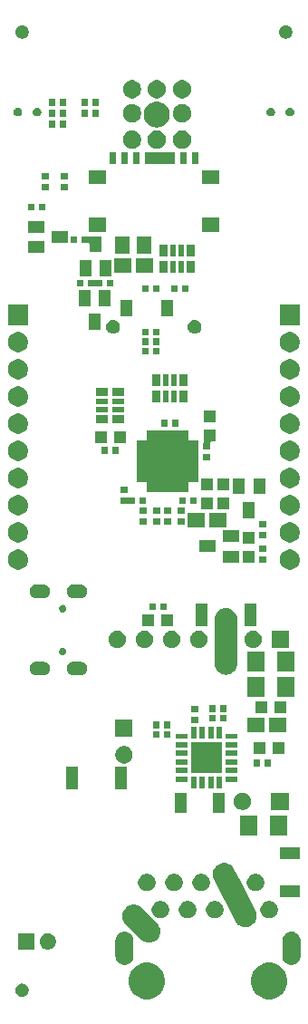
<source format=gbr>
G04 #@! TF.GenerationSoftware,KiCad,Pcbnew,6.0.0-rc1-unknown-69d90a4~84~ubuntu18.04.1*
G04 #@! TF.CreationDate,2019-01-16T16:00:12+02:00
G04 #@! TF.ProjectId,ESP32-PoE-ISO_Rev_A,45535033-322d-4506-9f45-2d49534f5f52,A*
G04 #@! TF.SameCoordinates,Original*
G04 #@! TF.FileFunction,Soldermask,Bot*
G04 #@! TF.FilePolarity,Negative*
%FSLAX46Y46*%
G04 Gerber Fmt 4.6, Leading zero omitted, Abs format (unit mm)*
G04 Created by KiCad (PCBNEW 6.0.0-rc1-unknown-69d90a4~84~ubuntu18.04.1) date 16.01.2019 (ср) 16:00:12 EET*
%MOMM*%
%LPD*%
G04 APERTURE LIST*
%ADD10C,0.100000*%
G04 APERTURE END LIST*
D10*
G36*
X115411105Y-183807561D02*
G01*
X115411107Y-183807562D01*
X115411108Y-183807562D01*
X115592840Y-183882838D01*
X115720631Y-183935771D01*
X115999197Y-184121903D01*
X116236097Y-184358803D01*
X116422229Y-184637369D01*
X116550439Y-184946895D01*
X116615800Y-185275486D01*
X116615800Y-185610514D01*
X116587386Y-185753360D01*
X116550438Y-185939108D01*
X116422803Y-186247246D01*
X116422229Y-186248631D01*
X116236097Y-186527197D01*
X115999197Y-186764097D01*
X115848724Y-186864640D01*
X115720631Y-186950229D01*
X115411108Y-187078438D01*
X115411107Y-187078438D01*
X115411105Y-187078439D01*
X115082514Y-187143800D01*
X114747486Y-187143800D01*
X114418895Y-187078439D01*
X114418893Y-187078438D01*
X114418892Y-187078438D01*
X114109369Y-186950229D01*
X113981276Y-186864640D01*
X113830803Y-186764097D01*
X113593903Y-186527197D01*
X113407771Y-186248631D01*
X113407197Y-186247246D01*
X113279562Y-185939108D01*
X113242614Y-185753360D01*
X113214200Y-185610514D01*
X113214200Y-185275486D01*
X113279561Y-184946895D01*
X113407771Y-184637369D01*
X113593903Y-184358803D01*
X113830803Y-184121903D01*
X114109369Y-183935771D01*
X114237160Y-183882838D01*
X114418892Y-183807562D01*
X114418893Y-183807562D01*
X114418895Y-183807561D01*
X114747486Y-183742200D01*
X115082514Y-183742200D01*
X115411105Y-183807561D01*
X115411105Y-183807561D01*
G37*
G36*
X103981105Y-183807561D02*
G01*
X103981107Y-183807562D01*
X103981108Y-183807562D01*
X104162840Y-183882838D01*
X104290631Y-183935771D01*
X104569197Y-184121903D01*
X104806097Y-184358803D01*
X104992229Y-184637369D01*
X105120439Y-184946895D01*
X105185800Y-185275486D01*
X105185800Y-185610514D01*
X105157386Y-185753360D01*
X105120438Y-185939108D01*
X104992803Y-186247246D01*
X104992229Y-186248631D01*
X104806097Y-186527197D01*
X104569197Y-186764097D01*
X104418724Y-186864640D01*
X104290631Y-186950229D01*
X103981108Y-187078438D01*
X103981107Y-187078438D01*
X103981105Y-187078439D01*
X103652514Y-187143800D01*
X103317486Y-187143800D01*
X102988895Y-187078439D01*
X102988893Y-187078438D01*
X102988892Y-187078438D01*
X102679369Y-186950229D01*
X102551276Y-186864640D01*
X102400803Y-186764097D01*
X102163903Y-186527197D01*
X101977771Y-186248631D01*
X101977197Y-186247246D01*
X101849562Y-185939108D01*
X101812614Y-185753360D01*
X101784200Y-185610514D01*
X101784200Y-185275486D01*
X101849561Y-184946895D01*
X101977771Y-184637369D01*
X102163903Y-184358803D01*
X102400803Y-184121903D01*
X102679369Y-183935771D01*
X102807160Y-183882838D01*
X102988892Y-183807562D01*
X102988893Y-183807562D01*
X102988895Y-183807561D01*
X103317486Y-183742200D01*
X103652514Y-183742200D01*
X103981105Y-183807561D01*
X103981105Y-183807561D01*
G37*
G36*
X92003889Y-185706095D02*
G01*
X92003891Y-185706096D01*
X92003892Y-185706096D01*
X92117996Y-185753360D01*
X92220688Y-185821976D01*
X92308024Y-185909312D01*
X92376640Y-186012004D01*
X92423904Y-186126108D01*
X92448000Y-186247248D01*
X92448000Y-186370752D01*
X92423904Y-186491892D01*
X92376640Y-186605996D01*
X92308024Y-186708688D01*
X92220688Y-186796024D01*
X92117996Y-186864640D01*
X92003892Y-186911904D01*
X92003891Y-186911904D01*
X92003889Y-186911905D01*
X91882754Y-186936000D01*
X91759246Y-186936000D01*
X91638111Y-186911905D01*
X91638109Y-186911904D01*
X91638108Y-186911904D01*
X91524004Y-186864640D01*
X91421312Y-186796024D01*
X91333976Y-186708688D01*
X91265360Y-186605996D01*
X91218096Y-186491892D01*
X91194000Y-186370752D01*
X91194000Y-186247248D01*
X91218096Y-186126108D01*
X91265360Y-186012004D01*
X91333976Y-185909312D01*
X91421312Y-185821976D01*
X91524004Y-185753360D01*
X91638108Y-185706096D01*
X91638109Y-185706096D01*
X91638111Y-185706095D01*
X91759246Y-185682000D01*
X91882754Y-185682000D01*
X92003889Y-185706095D01*
X92003889Y-185706095D01*
G37*
G36*
X101539336Y-180851808D02*
G01*
X101566785Y-180854512D01*
X101627343Y-180872882D01*
X101727161Y-180903161D01*
X101874967Y-180982165D01*
X101928681Y-181026247D01*
X102004517Y-181088484D01*
X102110837Y-181218035D01*
X102115811Y-181227341D01*
X102189840Y-181365839D01*
X102220119Y-181465657D01*
X102238489Y-181526215D01*
X102238489Y-181526217D01*
X102250800Y-181651205D01*
X102250800Y-183134795D01*
X102241567Y-183228536D01*
X102238489Y-183259785D01*
X102220119Y-183320343D01*
X102189840Y-183420161D01*
X102135931Y-183521018D01*
X102110837Y-183567965D01*
X102004517Y-183697516D01*
X101874966Y-183803836D01*
X101828019Y-183828930D01*
X101727162Y-183882839D01*
X101627344Y-183913118D01*
X101566786Y-183931488D01*
X101539337Y-183934191D01*
X101400000Y-183947916D01*
X101260664Y-183934192D01*
X101233215Y-183931488D01*
X101172657Y-183913118D01*
X101072839Y-183882839D01*
X100971982Y-183828930D01*
X100925035Y-183803836D01*
X100795484Y-183697516D01*
X100689164Y-183567965D01*
X100664070Y-183521018D01*
X100610161Y-183420161D01*
X100579882Y-183320343D01*
X100561512Y-183259785D01*
X100558434Y-183228536D01*
X100549201Y-183134795D01*
X100549200Y-181651206D01*
X100561511Y-181526218D01*
X100561511Y-181526216D01*
X100579881Y-181465658D01*
X100610160Y-181365840D01*
X100689164Y-181218034D01*
X100795483Y-181088484D01*
X100860199Y-181035373D01*
X100925034Y-180982164D01*
X100971981Y-180957070D01*
X101072838Y-180903161D01*
X101172656Y-180872882D01*
X101233214Y-180854512D01*
X101260663Y-180851809D01*
X101400000Y-180838084D01*
X101539336Y-180851808D01*
X101539336Y-180851808D01*
G37*
G36*
X117139336Y-180851808D02*
G01*
X117166785Y-180854512D01*
X117227343Y-180872882D01*
X117327161Y-180903161D01*
X117474967Y-180982165D01*
X117528681Y-181026247D01*
X117604517Y-181088484D01*
X117710837Y-181218035D01*
X117715811Y-181227341D01*
X117789840Y-181365839D01*
X117820119Y-181465657D01*
X117838489Y-181526215D01*
X117838489Y-181526217D01*
X117850800Y-181651205D01*
X117850800Y-183134795D01*
X117841567Y-183228536D01*
X117838489Y-183259785D01*
X117820119Y-183320343D01*
X117789840Y-183420161D01*
X117735931Y-183521018D01*
X117710837Y-183567965D01*
X117604517Y-183697516D01*
X117474966Y-183803836D01*
X117428019Y-183828930D01*
X117327162Y-183882839D01*
X117227344Y-183913118D01*
X117166786Y-183931488D01*
X117139337Y-183934191D01*
X117000000Y-183947916D01*
X116860664Y-183934192D01*
X116833215Y-183931488D01*
X116772657Y-183913118D01*
X116672839Y-183882839D01*
X116571982Y-183828930D01*
X116525035Y-183803836D01*
X116395484Y-183697516D01*
X116289164Y-183567965D01*
X116264070Y-183521018D01*
X116210161Y-183420161D01*
X116179882Y-183320343D01*
X116161512Y-183259785D01*
X116158434Y-183228536D01*
X116149201Y-183134795D01*
X116149200Y-181651206D01*
X116161511Y-181526218D01*
X116161511Y-181526216D01*
X116179881Y-181465658D01*
X116210160Y-181365840D01*
X116289164Y-181218034D01*
X116395483Y-181088484D01*
X116460199Y-181035373D01*
X116525034Y-180982164D01*
X116571981Y-180957070D01*
X116672838Y-180903161D01*
X116772656Y-180872882D01*
X116833214Y-180854512D01*
X116860663Y-180851809D01*
X117000000Y-180838084D01*
X117139336Y-180851808D01*
X117139336Y-180851808D01*
G37*
G36*
X92960420Y-182510660D02*
G01*
X91458820Y-182510660D01*
X91458820Y-181009060D01*
X92960420Y-181009060D01*
X92960420Y-182510660D01*
X92960420Y-182510660D01*
G37*
G36*
X94308016Y-181009060D02*
G01*
X94440301Y-181035373D01*
X94468599Y-181047095D01*
X94576937Y-181091969D01*
X94699907Y-181174135D01*
X94804485Y-181278713D01*
X94886651Y-181401683D01*
X94931525Y-181510021D01*
X94938235Y-181526218D01*
X94943247Y-181538320D01*
X94972100Y-181683373D01*
X94972100Y-181831267D01*
X94943247Y-181976320D01*
X94886651Y-182112957D01*
X94804485Y-182235927D01*
X94699907Y-182340505D01*
X94576937Y-182422671D01*
X94468599Y-182467545D01*
X94440301Y-182479267D01*
X94367773Y-182493694D01*
X94295247Y-182508120D01*
X94147353Y-182508120D01*
X94074827Y-182493694D01*
X94002299Y-182479267D01*
X93974001Y-182467545D01*
X93865663Y-182422671D01*
X93742693Y-182340505D01*
X93638115Y-182235927D01*
X93555949Y-182112957D01*
X93499353Y-181976320D01*
X93470500Y-181831267D01*
X93470500Y-181683373D01*
X93499353Y-181538320D01*
X93504366Y-181526218D01*
X93511075Y-181510021D01*
X93555949Y-181401683D01*
X93638115Y-181278713D01*
X93742693Y-181174135D01*
X93865663Y-181091969D01*
X93974001Y-181047095D01*
X94002299Y-181035373D01*
X94134584Y-181009060D01*
X94147353Y-181006520D01*
X94295247Y-181006520D01*
X94308016Y-181009060D01*
X94308016Y-181009060D01*
G37*
G36*
X102462307Y-178328916D02*
G01*
X102544877Y-178353964D01*
X102663401Y-178389917D01*
X102848730Y-178488977D01*
X102848732Y-178488978D01*
X102848731Y-178488978D01*
X102970462Y-178588880D01*
X104481420Y-180099837D01*
X104581323Y-180221569D01*
X104622072Y-180297806D01*
X104680383Y-180406898D01*
X104741384Y-180607991D01*
X104741384Y-180607993D01*
X104761982Y-180817120D01*
X104753507Y-180903161D01*
X104741384Y-181026249D01*
X104738616Y-181035373D01*
X104680383Y-181227341D01*
X104581323Y-181412671D01*
X104448011Y-181575111D01*
X104285571Y-181708423D01*
X104100241Y-181807483D01*
X103899149Y-181868484D01*
X103864732Y-181871874D01*
X103690020Y-181889082D01*
X103515308Y-181871874D01*
X103480891Y-181868484D01*
X103279798Y-181807483D01*
X103094469Y-181708423D01*
X102972737Y-181608520D01*
X101461780Y-180097562D01*
X101361878Y-179975831D01*
X101361877Y-179975830D01*
X101262817Y-179790501D01*
X101206789Y-179605800D01*
X101201816Y-179589407D01*
X101181218Y-179380280D01*
X101201816Y-179171153D01*
X101226864Y-179088583D01*
X101262817Y-178970059D01*
X101361877Y-178784730D01*
X101495190Y-178622290D01*
X101657630Y-178488977D01*
X101842959Y-178389917D01*
X101961483Y-178353964D01*
X102044053Y-178328916D01*
X102253180Y-178308318D01*
X102462307Y-178328916D01*
X102462307Y-178328916D01*
G37*
G36*
X110842331Y-174430787D02*
G01*
X111016290Y-174468955D01*
X111047590Y-174475822D01*
X111240118Y-174560036D01*
X111310924Y-174609386D01*
X111412518Y-174680192D01*
X111486829Y-174757480D01*
X111558163Y-174831671D01*
X111643071Y-174964311D01*
X112258901Y-176172946D01*
X113650980Y-178905056D01*
X113650982Y-178905061D01*
X113650983Y-178905063D01*
X113708379Y-179051706D01*
X113708379Y-179051708D01*
X113745321Y-179258577D01*
X113741195Y-179468678D01*
X113696160Y-179673937D01*
X113611946Y-179866465D01*
X113491790Y-180038865D01*
X113340309Y-180184512D01*
X113194321Y-180277964D01*
X113163321Y-180297808D01*
X112967642Y-180374396D01*
X112967639Y-180374396D01*
X112967638Y-180374397D01*
X112760769Y-180411339D01*
X112550668Y-180407213D01*
X112382341Y-180370281D01*
X112345409Y-180362178D01*
X112152881Y-180277964D01*
X112071967Y-180221570D01*
X111980481Y-180157808D01*
X111906170Y-180080520D01*
X111834836Y-180006329D01*
X111808980Y-179965937D01*
X111749928Y-179873690D01*
X109742020Y-175932943D01*
X109684621Y-175786290D01*
X109675439Y-175734872D01*
X109647679Y-175579423D01*
X109647679Y-175579421D01*
X109651805Y-175369321D01*
X109696840Y-175164063D01*
X109781054Y-174971535D01*
X109781054Y-174971534D01*
X109878532Y-174831673D01*
X109901210Y-174799134D01*
X110024917Y-174680192D01*
X110052689Y-174653489D01*
X110229679Y-174540191D01*
X110425359Y-174463603D01*
X110632229Y-174426661D01*
X110632231Y-174426661D01*
X110842331Y-174430787D01*
X110842331Y-174430787D01*
G37*
G36*
X104992085Y-178011435D02*
G01*
X104992087Y-178011436D01*
X104992088Y-178011436D01*
X105140005Y-178072705D01*
X105239622Y-178139267D01*
X105273130Y-178161657D01*
X105386343Y-178274870D01*
X105386344Y-178274872D01*
X105475295Y-178407995D01*
X105508839Y-178488978D01*
X105536565Y-178555915D01*
X105567800Y-178712946D01*
X105567800Y-178873054D01*
X105548505Y-178970059D01*
X105536564Y-179030088D01*
X105475295Y-179178005D01*
X105421458Y-179258577D01*
X105386343Y-179311130D01*
X105273130Y-179424343D01*
X105239622Y-179446732D01*
X105140005Y-179513295D01*
X104992088Y-179574564D01*
X104992087Y-179574564D01*
X104992085Y-179574565D01*
X104835054Y-179605800D01*
X104674946Y-179605800D01*
X104517915Y-179574565D01*
X104517913Y-179574564D01*
X104517912Y-179574564D01*
X104369995Y-179513295D01*
X104270378Y-179446732D01*
X104236870Y-179424343D01*
X104123657Y-179311130D01*
X104088542Y-179258577D01*
X104034705Y-179178005D01*
X103973436Y-179030088D01*
X103961496Y-178970059D01*
X103942200Y-178873054D01*
X103942200Y-178712946D01*
X103973435Y-178555915D01*
X104001161Y-178488978D01*
X104034705Y-178407995D01*
X104123656Y-178274872D01*
X104123657Y-178274870D01*
X104236870Y-178161657D01*
X104270378Y-178139267D01*
X104369995Y-178072705D01*
X104517912Y-178011436D01*
X104517913Y-178011436D01*
X104517915Y-178011435D01*
X104674946Y-177980200D01*
X104835054Y-177980200D01*
X104992085Y-178011435D01*
X104992085Y-178011435D01*
G37*
G36*
X107532085Y-178011435D02*
G01*
X107532087Y-178011436D01*
X107532088Y-178011436D01*
X107680005Y-178072705D01*
X107779622Y-178139267D01*
X107813130Y-178161657D01*
X107926343Y-178274870D01*
X107926344Y-178274872D01*
X108015295Y-178407995D01*
X108048839Y-178488978D01*
X108076565Y-178555915D01*
X108107800Y-178712946D01*
X108107800Y-178873054D01*
X108088505Y-178970059D01*
X108076564Y-179030088D01*
X108015295Y-179178005D01*
X107961458Y-179258577D01*
X107926343Y-179311130D01*
X107813130Y-179424343D01*
X107779622Y-179446732D01*
X107680005Y-179513295D01*
X107532088Y-179574564D01*
X107532087Y-179574564D01*
X107532085Y-179574565D01*
X107375054Y-179605800D01*
X107214946Y-179605800D01*
X107057915Y-179574565D01*
X107057913Y-179574564D01*
X107057912Y-179574564D01*
X106909995Y-179513295D01*
X106810378Y-179446732D01*
X106776870Y-179424343D01*
X106663657Y-179311130D01*
X106628542Y-179258577D01*
X106574705Y-179178005D01*
X106513436Y-179030088D01*
X106501496Y-178970059D01*
X106482200Y-178873054D01*
X106482200Y-178712946D01*
X106513435Y-178555915D01*
X106541161Y-178488978D01*
X106574705Y-178407995D01*
X106663656Y-178274872D01*
X106663657Y-178274870D01*
X106776870Y-178161657D01*
X106810378Y-178139267D01*
X106909995Y-178072705D01*
X107057912Y-178011436D01*
X107057913Y-178011436D01*
X107057915Y-178011435D01*
X107214946Y-177980200D01*
X107375054Y-177980200D01*
X107532085Y-178011435D01*
X107532085Y-178011435D01*
G37*
G36*
X110072085Y-178011435D02*
G01*
X110072087Y-178011436D01*
X110072088Y-178011436D01*
X110220005Y-178072705D01*
X110319622Y-178139267D01*
X110353130Y-178161657D01*
X110466343Y-178274870D01*
X110466344Y-178274872D01*
X110555295Y-178407995D01*
X110588839Y-178488978D01*
X110616565Y-178555915D01*
X110647800Y-178712946D01*
X110647800Y-178873054D01*
X110628505Y-178970059D01*
X110616564Y-179030088D01*
X110555295Y-179178005D01*
X110501458Y-179258577D01*
X110466343Y-179311130D01*
X110353130Y-179424343D01*
X110319622Y-179446732D01*
X110220005Y-179513295D01*
X110072088Y-179574564D01*
X110072087Y-179574564D01*
X110072085Y-179574565D01*
X109915054Y-179605800D01*
X109754946Y-179605800D01*
X109597915Y-179574565D01*
X109597913Y-179574564D01*
X109597912Y-179574564D01*
X109449995Y-179513295D01*
X109350378Y-179446732D01*
X109316870Y-179424343D01*
X109203657Y-179311130D01*
X109168542Y-179258577D01*
X109114705Y-179178005D01*
X109053436Y-179030088D01*
X109041496Y-178970059D01*
X109022200Y-178873054D01*
X109022200Y-178712946D01*
X109053435Y-178555915D01*
X109081161Y-178488978D01*
X109114705Y-178407995D01*
X109203656Y-178274872D01*
X109203657Y-178274870D01*
X109316870Y-178161657D01*
X109350378Y-178139267D01*
X109449995Y-178072705D01*
X109597912Y-178011436D01*
X109597913Y-178011436D01*
X109597915Y-178011435D01*
X109754946Y-177980200D01*
X109915054Y-177980200D01*
X110072085Y-178011435D01*
X110072085Y-178011435D01*
G37*
G36*
X115152085Y-178011435D02*
G01*
X115152087Y-178011436D01*
X115152088Y-178011436D01*
X115300005Y-178072705D01*
X115399622Y-178139267D01*
X115433130Y-178161657D01*
X115546343Y-178274870D01*
X115546344Y-178274872D01*
X115635295Y-178407995D01*
X115668839Y-178488978D01*
X115696565Y-178555915D01*
X115727800Y-178712946D01*
X115727800Y-178873054D01*
X115708505Y-178970059D01*
X115696564Y-179030088D01*
X115635295Y-179178005D01*
X115581458Y-179258577D01*
X115546343Y-179311130D01*
X115433130Y-179424343D01*
X115399622Y-179446732D01*
X115300005Y-179513295D01*
X115152088Y-179574564D01*
X115152087Y-179574564D01*
X115152085Y-179574565D01*
X114995054Y-179605800D01*
X114834946Y-179605800D01*
X114677915Y-179574565D01*
X114677913Y-179574564D01*
X114677912Y-179574564D01*
X114529995Y-179513295D01*
X114430378Y-179446732D01*
X114396870Y-179424343D01*
X114283657Y-179311130D01*
X114248542Y-179258577D01*
X114194705Y-179178005D01*
X114133436Y-179030088D01*
X114121496Y-178970059D01*
X114102200Y-178873054D01*
X114102200Y-178712946D01*
X114133435Y-178555915D01*
X114161161Y-178488978D01*
X114194705Y-178407995D01*
X114283656Y-178274872D01*
X114283657Y-178274870D01*
X114396870Y-178161657D01*
X114430378Y-178139267D01*
X114529995Y-178072705D01*
X114677912Y-178011436D01*
X114677913Y-178011436D01*
X114677915Y-178011435D01*
X114834946Y-177980200D01*
X114995054Y-177980200D01*
X115152085Y-178011435D01*
X115152085Y-178011435D01*
G37*
G36*
X117779800Y-177596800D02*
G01*
X115900200Y-177596800D01*
X115900200Y-176479200D01*
X117779800Y-176479200D01*
X117779800Y-177596800D01*
X117779800Y-177596800D01*
G37*
G36*
X113882085Y-175471435D02*
G01*
X113882087Y-175471436D01*
X113882088Y-175471436D01*
X114030005Y-175532705D01*
X114129622Y-175599268D01*
X114163130Y-175621657D01*
X114276343Y-175734870D01*
X114276344Y-175734872D01*
X114365295Y-175867995D01*
X114426564Y-176015912D01*
X114457800Y-176172948D01*
X114457800Y-176333052D01*
X114426564Y-176490088D01*
X114365295Y-176638005D01*
X114298732Y-176737622D01*
X114276343Y-176771130D01*
X114163130Y-176884343D01*
X114129622Y-176906733D01*
X114030005Y-176973295D01*
X113882088Y-177034564D01*
X113882087Y-177034564D01*
X113882085Y-177034565D01*
X113725054Y-177065800D01*
X113564946Y-177065800D01*
X113407915Y-177034565D01*
X113407913Y-177034564D01*
X113407912Y-177034564D01*
X113259995Y-176973295D01*
X113160378Y-176906732D01*
X113126870Y-176884343D01*
X113013657Y-176771130D01*
X112991268Y-176737622D01*
X112924705Y-176638005D01*
X112863436Y-176490088D01*
X112832200Y-176333052D01*
X112832200Y-176172948D01*
X112863436Y-176015912D01*
X112924705Y-175867995D01*
X113013656Y-175734872D01*
X113013657Y-175734870D01*
X113126870Y-175621657D01*
X113160378Y-175599268D01*
X113259995Y-175532705D01*
X113407912Y-175471436D01*
X113407913Y-175471436D01*
X113407915Y-175471435D01*
X113564946Y-175440200D01*
X113725054Y-175440200D01*
X113882085Y-175471435D01*
X113882085Y-175471435D01*
G37*
G36*
X108802085Y-175471435D02*
G01*
X108802087Y-175471436D01*
X108802088Y-175471436D01*
X108950005Y-175532705D01*
X109049622Y-175599268D01*
X109083130Y-175621657D01*
X109196343Y-175734870D01*
X109196344Y-175734872D01*
X109285295Y-175867995D01*
X109346564Y-176015912D01*
X109377800Y-176172948D01*
X109377800Y-176333052D01*
X109346564Y-176490088D01*
X109285295Y-176638005D01*
X109218732Y-176737622D01*
X109196343Y-176771130D01*
X109083130Y-176884343D01*
X109049622Y-176906733D01*
X108950005Y-176973295D01*
X108802088Y-177034564D01*
X108802087Y-177034564D01*
X108802085Y-177034565D01*
X108645054Y-177065800D01*
X108484946Y-177065800D01*
X108327915Y-177034565D01*
X108327913Y-177034564D01*
X108327912Y-177034564D01*
X108179995Y-176973295D01*
X108080378Y-176906732D01*
X108046870Y-176884343D01*
X107933657Y-176771130D01*
X107911268Y-176737622D01*
X107844705Y-176638005D01*
X107783436Y-176490088D01*
X107752200Y-176333052D01*
X107752200Y-176172948D01*
X107783436Y-176015912D01*
X107844705Y-175867995D01*
X107933656Y-175734872D01*
X107933657Y-175734870D01*
X108046870Y-175621657D01*
X108080378Y-175599268D01*
X108179995Y-175532705D01*
X108327912Y-175471436D01*
X108327913Y-175471436D01*
X108327915Y-175471435D01*
X108484946Y-175440200D01*
X108645054Y-175440200D01*
X108802085Y-175471435D01*
X108802085Y-175471435D01*
G37*
G36*
X106262085Y-175471435D02*
G01*
X106262087Y-175471436D01*
X106262088Y-175471436D01*
X106410005Y-175532705D01*
X106509622Y-175599268D01*
X106543130Y-175621657D01*
X106656343Y-175734870D01*
X106656344Y-175734872D01*
X106745295Y-175867995D01*
X106806564Y-176015912D01*
X106837800Y-176172948D01*
X106837800Y-176333052D01*
X106806564Y-176490088D01*
X106745295Y-176638005D01*
X106678732Y-176737622D01*
X106656343Y-176771130D01*
X106543130Y-176884343D01*
X106509622Y-176906733D01*
X106410005Y-176973295D01*
X106262088Y-177034564D01*
X106262087Y-177034564D01*
X106262085Y-177034565D01*
X106105054Y-177065800D01*
X105944946Y-177065800D01*
X105787915Y-177034565D01*
X105787913Y-177034564D01*
X105787912Y-177034564D01*
X105639995Y-176973295D01*
X105540378Y-176906732D01*
X105506870Y-176884343D01*
X105393657Y-176771130D01*
X105371268Y-176737622D01*
X105304705Y-176638005D01*
X105243436Y-176490088D01*
X105212200Y-176333052D01*
X105212200Y-176172948D01*
X105243436Y-176015912D01*
X105304705Y-175867995D01*
X105393656Y-175734872D01*
X105393657Y-175734870D01*
X105506870Y-175621657D01*
X105540378Y-175599268D01*
X105639995Y-175532705D01*
X105787912Y-175471436D01*
X105787913Y-175471436D01*
X105787915Y-175471435D01*
X105944946Y-175440200D01*
X106105054Y-175440200D01*
X106262085Y-175471435D01*
X106262085Y-175471435D01*
G37*
G36*
X103722085Y-175471435D02*
G01*
X103722087Y-175471436D01*
X103722088Y-175471436D01*
X103870005Y-175532705D01*
X103969622Y-175599268D01*
X104003130Y-175621657D01*
X104116343Y-175734870D01*
X104116344Y-175734872D01*
X104205295Y-175867995D01*
X104266564Y-176015912D01*
X104297800Y-176172948D01*
X104297800Y-176333052D01*
X104266564Y-176490088D01*
X104205295Y-176638005D01*
X104138732Y-176737622D01*
X104116343Y-176771130D01*
X104003130Y-176884343D01*
X103969622Y-176906733D01*
X103870005Y-176973295D01*
X103722088Y-177034564D01*
X103722087Y-177034564D01*
X103722085Y-177034565D01*
X103565054Y-177065800D01*
X103404946Y-177065800D01*
X103247915Y-177034565D01*
X103247913Y-177034564D01*
X103247912Y-177034564D01*
X103099995Y-176973295D01*
X103000378Y-176906732D01*
X102966870Y-176884343D01*
X102853657Y-176771130D01*
X102831268Y-176737622D01*
X102764705Y-176638005D01*
X102703436Y-176490088D01*
X102672200Y-176333052D01*
X102672200Y-176172948D01*
X102703436Y-176015912D01*
X102764705Y-175867995D01*
X102853656Y-175734872D01*
X102853657Y-175734870D01*
X102966870Y-175621657D01*
X103000378Y-175599268D01*
X103099995Y-175532705D01*
X103247912Y-175471436D01*
X103247913Y-175471436D01*
X103247915Y-175471435D01*
X103404946Y-175440200D01*
X103565054Y-175440200D01*
X103722085Y-175471435D01*
X103722085Y-175471435D01*
G37*
G36*
X117779800Y-174040800D02*
G01*
X115900200Y-174040800D01*
X115900200Y-172923200D01*
X117779800Y-172923200D01*
X117779800Y-174040800D01*
X117779800Y-174040800D01*
G37*
G36*
X113842800Y-171881800D02*
G01*
X112217200Y-171881800D01*
X112217200Y-170002200D01*
X113842800Y-170002200D01*
X113842800Y-171881800D01*
X113842800Y-171881800D01*
G37*
G36*
X116636800Y-171881800D02*
G01*
X115011200Y-171881800D01*
X115011200Y-170002200D01*
X116636800Y-170002200D01*
X116636800Y-171881800D01*
X116636800Y-171881800D01*
G37*
G36*
X107238800Y-169722800D02*
G01*
X106121200Y-169722800D01*
X106121200Y-167843200D01*
X107238800Y-167843200D01*
X107238800Y-169722800D01*
X107238800Y-169722800D01*
G37*
G36*
X110794800Y-169722800D02*
G01*
X109677200Y-169722800D01*
X109677200Y-167843200D01*
X110794800Y-167843200D01*
X110794800Y-169722800D01*
X110794800Y-169722800D01*
G37*
G36*
X116735800Y-169468800D02*
G01*
X115110200Y-169468800D01*
X115110200Y-167843200D01*
X116735800Y-167843200D01*
X116735800Y-169468800D01*
X116735800Y-169468800D01*
G37*
G36*
X112660085Y-167874435D02*
G01*
X112660087Y-167874436D01*
X112660088Y-167874436D01*
X112808005Y-167935705D01*
X112907622Y-168002267D01*
X112941130Y-168024657D01*
X113054343Y-168137870D01*
X113054344Y-168137872D01*
X113143295Y-168270995D01*
X113204564Y-168418912D01*
X113235800Y-168575948D01*
X113235800Y-168736052D01*
X113204564Y-168893088D01*
X113143295Y-169041005D01*
X113076732Y-169140622D01*
X113054343Y-169174130D01*
X112941130Y-169287343D01*
X112907622Y-169309733D01*
X112808005Y-169376295D01*
X112660088Y-169437564D01*
X112660087Y-169437564D01*
X112660085Y-169437565D01*
X112503054Y-169468800D01*
X112342946Y-169468800D01*
X112185915Y-169437565D01*
X112185913Y-169437564D01*
X112185912Y-169437564D01*
X112037995Y-169376295D01*
X111938378Y-169309733D01*
X111904870Y-169287343D01*
X111791657Y-169174130D01*
X111769268Y-169140622D01*
X111702705Y-169041005D01*
X111641436Y-168893088D01*
X111610200Y-168736052D01*
X111610200Y-168575948D01*
X111641436Y-168418912D01*
X111702705Y-168270995D01*
X111791656Y-168137872D01*
X111791657Y-168137870D01*
X111904870Y-168024657D01*
X111938378Y-168002267D01*
X112037995Y-167935705D01*
X112185912Y-167874436D01*
X112185913Y-167874436D01*
X112185915Y-167874435D01*
X112342946Y-167843200D01*
X112503054Y-167843200D01*
X112660085Y-167874435D01*
X112660085Y-167874435D01*
G37*
G36*
X101650800Y-167563800D02*
G01*
X100533200Y-167563800D01*
X100533200Y-165430200D01*
X101650800Y-165430200D01*
X101650800Y-167563800D01*
X101650800Y-167563800D01*
G37*
G36*
X97078800Y-167563800D02*
G01*
X95961200Y-167563800D01*
X95961200Y-165430200D01*
X97078800Y-165430200D01*
X97078800Y-167563800D01*
X97078800Y-167563800D01*
G37*
G36*
X110527800Y-167492800D02*
G01*
X110026200Y-167492800D01*
X110026200Y-166391200D01*
X110527800Y-166391200D01*
X110527800Y-167492800D01*
X110527800Y-167492800D01*
G37*
G36*
X108127800Y-167492800D02*
G01*
X107626200Y-167492800D01*
X107626200Y-166391200D01*
X108127800Y-166391200D01*
X108127800Y-167492800D01*
X108127800Y-167492800D01*
G37*
G36*
X108927800Y-167492800D02*
G01*
X108426200Y-167492800D01*
X108426200Y-166391200D01*
X108927800Y-166391200D01*
X108927800Y-167492800D01*
X108927800Y-167492800D01*
G37*
G36*
X109727800Y-167492800D02*
G01*
X109226200Y-167492800D01*
X109226200Y-166391200D01*
X109727800Y-166391200D01*
X109727800Y-167492800D01*
X109727800Y-167492800D01*
G37*
G36*
X111977800Y-166842800D02*
G01*
X110876200Y-166842800D01*
X110876200Y-166341200D01*
X111977800Y-166341200D01*
X111977800Y-166842800D01*
X111977800Y-166842800D01*
G37*
G36*
X107277800Y-166842800D02*
G01*
X106176200Y-166842800D01*
X106176200Y-166341200D01*
X107277800Y-166341200D01*
X107277800Y-166842800D01*
X107277800Y-166842800D01*
G37*
G36*
X107277800Y-166042800D02*
G01*
X106176200Y-166042800D01*
X106176200Y-165541200D01*
X107277800Y-165541200D01*
X107277800Y-166042800D01*
X107277800Y-166042800D01*
G37*
G36*
X111977800Y-166042800D02*
G01*
X110876200Y-166042800D01*
X110876200Y-165541200D01*
X111977800Y-165541200D01*
X111977800Y-166042800D01*
X111977800Y-166042800D01*
G37*
G36*
X110527799Y-166042799D02*
G01*
X107626201Y-166042799D01*
X107626201Y-163141201D01*
X110527799Y-163141201D01*
X110527799Y-166042799D01*
X110527799Y-166042799D01*
G37*
G36*
X114092800Y-165425800D02*
G01*
X113491200Y-165425800D01*
X113491200Y-164774200D01*
X114092800Y-164774200D01*
X114092800Y-165425800D01*
X114092800Y-165425800D01*
G37*
G36*
X115108800Y-165425800D02*
G01*
X114507200Y-165425800D01*
X114507200Y-164774200D01*
X115108800Y-164774200D01*
X115108800Y-165425800D01*
X115108800Y-165425800D01*
G37*
G36*
X111977800Y-165242800D02*
G01*
X110876200Y-165242800D01*
X110876200Y-164741200D01*
X111977800Y-164741200D01*
X111977800Y-165242800D01*
X111977800Y-165242800D01*
G37*
G36*
X107277800Y-165242800D02*
G01*
X106176200Y-165242800D01*
X106176200Y-164741200D01*
X107277800Y-164741200D01*
X107277800Y-165242800D01*
X107277800Y-165242800D01*
G37*
G36*
X101583085Y-163536435D02*
G01*
X101583087Y-163536436D01*
X101583088Y-163536436D01*
X101731005Y-163597705D01*
X101830622Y-163664267D01*
X101864130Y-163686657D01*
X101977343Y-163799870D01*
X101977344Y-163799872D01*
X102066295Y-163932995D01*
X102127564Y-164080912D01*
X102127565Y-164080915D01*
X102158800Y-164237946D01*
X102158800Y-164398054D01*
X102149900Y-164442800D01*
X102127564Y-164555088D01*
X102066295Y-164703005D01*
X102018723Y-164774200D01*
X101977343Y-164836130D01*
X101864130Y-164949343D01*
X101830622Y-164971732D01*
X101731005Y-165038295D01*
X101583088Y-165099564D01*
X101583087Y-165099564D01*
X101583085Y-165099565D01*
X101426054Y-165130800D01*
X101265946Y-165130800D01*
X101108915Y-165099565D01*
X101108913Y-165099564D01*
X101108912Y-165099564D01*
X100960995Y-165038295D01*
X100861378Y-164971733D01*
X100827870Y-164949343D01*
X100714657Y-164836130D01*
X100673277Y-164774200D01*
X100625705Y-164703005D01*
X100564436Y-164555088D01*
X100542101Y-164442800D01*
X100533200Y-164398054D01*
X100533200Y-164237946D01*
X100564435Y-164080915D01*
X100564436Y-164080912D01*
X100625705Y-163932995D01*
X100714656Y-163799872D01*
X100714657Y-163799870D01*
X100827870Y-163686657D01*
X100861378Y-163664268D01*
X100960995Y-163597705D01*
X101108912Y-163536436D01*
X101108913Y-163536436D01*
X101108915Y-163536435D01*
X101265946Y-163505200D01*
X101426054Y-163505200D01*
X101583085Y-163536435D01*
X101583085Y-163536435D01*
G37*
G36*
X107277800Y-164442800D02*
G01*
X106176200Y-164442800D01*
X106176200Y-163941200D01*
X107277800Y-163941200D01*
X107277800Y-164442800D01*
X107277800Y-164442800D01*
G37*
G36*
X111977800Y-164442800D02*
G01*
X110876200Y-164442800D01*
X110876200Y-163941200D01*
X111977800Y-163941200D01*
X111977800Y-164442800D01*
X111977800Y-164442800D01*
G37*
G36*
X116382800Y-164261800D02*
G01*
X115265200Y-164261800D01*
X115265200Y-163144200D01*
X116382800Y-163144200D01*
X116382800Y-164261800D01*
X116382800Y-164261800D01*
G37*
G36*
X114604800Y-164261800D02*
G01*
X113487200Y-164261800D01*
X113487200Y-163144200D01*
X114604800Y-163144200D01*
X114604800Y-164261800D01*
X114604800Y-164261800D01*
G37*
G36*
X111977800Y-163642800D02*
G01*
X110876200Y-163642800D01*
X110876200Y-163141200D01*
X111977800Y-163141200D01*
X111977800Y-163642800D01*
X111977800Y-163642800D01*
G37*
G36*
X107277800Y-163642800D02*
G01*
X106176200Y-163642800D01*
X106176200Y-163141200D01*
X107277800Y-163141200D01*
X107277800Y-163642800D01*
X107277800Y-163642800D01*
G37*
G36*
X111977800Y-162842800D02*
G01*
X110876200Y-162842800D01*
X110876200Y-162341200D01*
X111977800Y-162341200D01*
X111977800Y-162842800D01*
X111977800Y-162842800D01*
G37*
G36*
X107277800Y-162842800D02*
G01*
X106176200Y-162842800D01*
X106176200Y-162341200D01*
X107277800Y-162341200D01*
X107277800Y-162842800D01*
X107277800Y-162842800D01*
G37*
G36*
X108127800Y-162792800D02*
G01*
X107626200Y-162792800D01*
X107626200Y-161691200D01*
X108127800Y-161691200D01*
X108127800Y-162792800D01*
X108127800Y-162792800D01*
G37*
G36*
X109727800Y-162792800D02*
G01*
X109226200Y-162792800D01*
X109226200Y-161691200D01*
X109727800Y-161691200D01*
X109727800Y-162792800D01*
X109727800Y-162792800D01*
G37*
G36*
X110527800Y-162792800D02*
G01*
X110026200Y-162792800D01*
X110026200Y-161691200D01*
X110527800Y-161691200D01*
X110527800Y-162792800D01*
X110527800Y-162792800D01*
G37*
G36*
X108927800Y-162792800D02*
G01*
X108426200Y-162792800D01*
X108426200Y-161691200D01*
X108927800Y-161691200D01*
X108927800Y-162792800D01*
X108927800Y-162792800D01*
G37*
G36*
X105710800Y-162758800D02*
G01*
X105109200Y-162758800D01*
X105109200Y-162107200D01*
X105710800Y-162107200D01*
X105710800Y-162758800D01*
X105710800Y-162758800D01*
G37*
G36*
X104694800Y-162758800D02*
G01*
X104093200Y-162758800D01*
X104093200Y-162107200D01*
X104694800Y-162107200D01*
X104694800Y-162758800D01*
X104694800Y-162758800D01*
G37*
G36*
X102158800Y-162630800D02*
G01*
X100533200Y-162630800D01*
X100533200Y-161005200D01*
X102158800Y-161005200D01*
X102158800Y-162630800D01*
X102158800Y-162630800D01*
G37*
G36*
X114477800Y-162229800D02*
G01*
X112852200Y-162229800D01*
X112852200Y-160858200D01*
X114477800Y-160858200D01*
X114477800Y-162229800D01*
X114477800Y-162229800D01*
G37*
G36*
X116509800Y-162229800D02*
G01*
X114884200Y-162229800D01*
X114884200Y-160858200D01*
X116509800Y-160858200D01*
X116509800Y-162229800D01*
X116509800Y-162229800D01*
G37*
G36*
X104694800Y-161869800D02*
G01*
X104093200Y-161869800D01*
X104093200Y-161218200D01*
X104694800Y-161218200D01*
X104694800Y-161869800D01*
X104694800Y-161869800D01*
G37*
G36*
X105710800Y-161869800D02*
G01*
X105109200Y-161869800D01*
X105109200Y-161218200D01*
X105710800Y-161218200D01*
X105710800Y-161869800D01*
X105710800Y-161869800D01*
G37*
G36*
X108275800Y-161336800D02*
G01*
X107624200Y-161336800D01*
X107624200Y-160735200D01*
X108275800Y-160735200D01*
X108275800Y-161336800D01*
X108275800Y-161336800D01*
G37*
G36*
X110917800Y-161234800D02*
G01*
X110316200Y-161234800D01*
X110316200Y-160583200D01*
X110917800Y-160583200D01*
X110917800Y-161234800D01*
X110917800Y-161234800D01*
G37*
G36*
X109901800Y-161234800D02*
G01*
X109300200Y-161234800D01*
X109300200Y-160583200D01*
X109901800Y-160583200D01*
X109901800Y-161234800D01*
X109901800Y-161234800D01*
G37*
G36*
X114731800Y-160451800D02*
G01*
X113614200Y-160451800D01*
X113614200Y-159334200D01*
X114731800Y-159334200D01*
X114731800Y-160451800D01*
X114731800Y-160451800D01*
G37*
G36*
X116509800Y-160451800D02*
G01*
X115392200Y-160451800D01*
X115392200Y-159334200D01*
X116509800Y-159334200D01*
X116509800Y-160451800D01*
X116509800Y-160451800D01*
G37*
G36*
X110917800Y-160345800D02*
G01*
X110316200Y-160345800D01*
X110316200Y-159694200D01*
X110917800Y-159694200D01*
X110917800Y-160345800D01*
X110917800Y-160345800D01*
G37*
G36*
X109901800Y-160345800D02*
G01*
X109300200Y-160345800D01*
X109300200Y-159694200D01*
X109901800Y-159694200D01*
X109901800Y-160345800D01*
X109901800Y-160345800D01*
G37*
G36*
X108275800Y-160320800D02*
G01*
X107624200Y-160320800D01*
X107624200Y-159719200D01*
X108275800Y-159719200D01*
X108275800Y-160320800D01*
X108275800Y-160320800D01*
G37*
G36*
X117271800Y-158927800D02*
G01*
X115646200Y-158927800D01*
X115646200Y-157048200D01*
X117271800Y-157048200D01*
X117271800Y-158927800D01*
X117271800Y-158927800D01*
G37*
G36*
X114477800Y-158927800D02*
G01*
X112852200Y-158927800D01*
X112852200Y-157048200D01*
X114477800Y-157048200D01*
X114477800Y-158927800D01*
X114477800Y-158927800D01*
G37*
G36*
X97373576Y-155612616D02*
G01*
X97496256Y-155649831D01*
X97556687Y-155682132D01*
X97609314Y-155710262D01*
X97609316Y-155710263D01*
X97609315Y-155710263D01*
X97708411Y-155791589D01*
X97789737Y-155890685D01*
X97850169Y-156003744D01*
X97887384Y-156126424D01*
X97899949Y-156254000D01*
X97887384Y-156381576D01*
X97850169Y-156504256D01*
X97817868Y-156564687D01*
X97789738Y-156617314D01*
X97708411Y-156716411D01*
X97609314Y-156797738D01*
X97556687Y-156825868D01*
X97496256Y-156858169D01*
X97373576Y-156895384D01*
X97277969Y-156904800D01*
X96614031Y-156904800D01*
X96518424Y-156895384D01*
X96395744Y-156858169D01*
X96335313Y-156825868D01*
X96282686Y-156797738D01*
X96183589Y-156716411D01*
X96102262Y-156617314D01*
X96074132Y-156564687D01*
X96041831Y-156504256D01*
X96004616Y-156381576D01*
X95992051Y-156254000D01*
X96004616Y-156126424D01*
X96041831Y-156003744D01*
X96102263Y-155890685D01*
X96183589Y-155791589D01*
X96282685Y-155710263D01*
X96282684Y-155710263D01*
X96282686Y-155710262D01*
X96335313Y-155682132D01*
X96395744Y-155649831D01*
X96518424Y-155612616D01*
X96614031Y-155603200D01*
X97277969Y-155603200D01*
X97373576Y-155612616D01*
X97373576Y-155612616D01*
G37*
G36*
X93903576Y-155612616D02*
G01*
X94026256Y-155649831D01*
X94086687Y-155682132D01*
X94139314Y-155710262D01*
X94139316Y-155710263D01*
X94139315Y-155710263D01*
X94238411Y-155791589D01*
X94319737Y-155890685D01*
X94380169Y-156003744D01*
X94417384Y-156126424D01*
X94429949Y-156254000D01*
X94417384Y-156381576D01*
X94380169Y-156504256D01*
X94347868Y-156564687D01*
X94319738Y-156617314D01*
X94238411Y-156716411D01*
X94139314Y-156797738D01*
X94086687Y-156825868D01*
X94026256Y-156858169D01*
X93903576Y-156895384D01*
X93807969Y-156904800D01*
X93144031Y-156904800D01*
X93048424Y-156895384D01*
X92925744Y-156858169D01*
X92865313Y-156825868D01*
X92812686Y-156797738D01*
X92713589Y-156716411D01*
X92632262Y-156617314D01*
X92604132Y-156564687D01*
X92571831Y-156504256D01*
X92534616Y-156381576D01*
X92522051Y-156254000D01*
X92534616Y-156126424D01*
X92571831Y-156003744D01*
X92632263Y-155890685D01*
X92713589Y-155791589D01*
X92812685Y-155710263D01*
X92812684Y-155710263D01*
X92812686Y-155710262D01*
X92865313Y-155682132D01*
X92925744Y-155649831D01*
X93048424Y-155612616D01*
X93144031Y-155603200D01*
X93807969Y-155603200D01*
X93903576Y-155612616D01*
X93903576Y-155612616D01*
G37*
G36*
X111080126Y-150650135D02*
G01*
X111281221Y-150711137D01*
X111466550Y-150810197D01*
X111608245Y-150926483D01*
X111628991Y-150943509D01*
X111762302Y-151105949D01*
X111861363Y-151291278D01*
X111922365Y-151492373D01*
X111937800Y-151649093D01*
X111937800Y-155817907D01*
X111922365Y-155974627D01*
X111861363Y-156175722D01*
X111762303Y-156361050D01*
X111628991Y-156523491D01*
X111466550Y-156656803D01*
X111355031Y-156716411D01*
X111281222Y-156755863D01*
X111080127Y-156816865D01*
X110871000Y-156837462D01*
X110661874Y-156816865D01*
X110460779Y-156755863D01*
X110386970Y-156716411D01*
X110275451Y-156656803D01*
X110113010Y-156523491D01*
X109979698Y-156361050D01*
X109880638Y-156175722D01*
X109819636Y-155974627D01*
X109804201Y-155817907D01*
X109804200Y-151649094D01*
X109819635Y-151492374D01*
X109880637Y-151291279D01*
X109880638Y-151291278D01*
X109979697Y-151105950D01*
X110113009Y-150943509D01*
X110275450Y-150810197D01*
X110460778Y-150711137D01*
X110661873Y-150650135D01*
X110871000Y-150629538D01*
X111080126Y-150650135D01*
X111080126Y-150650135D01*
G37*
G36*
X114477800Y-156514800D02*
G01*
X112852200Y-156514800D01*
X112852200Y-154635200D01*
X114477800Y-154635200D01*
X114477800Y-156514800D01*
X114477800Y-156514800D01*
G37*
G36*
X117271800Y-156514800D02*
G01*
X115646200Y-156514800D01*
X115646200Y-154635200D01*
X117271800Y-154635200D01*
X117271800Y-156514800D01*
X117271800Y-156514800D01*
G37*
G36*
X95728324Y-154316681D02*
G01*
X95728326Y-154316682D01*
X95728327Y-154316682D01*
X95792163Y-154343123D01*
X95792166Y-154343125D01*
X95849622Y-154381516D01*
X95898484Y-154430378D01*
X95936875Y-154487834D01*
X95936877Y-154487837D01*
X95963318Y-154551673D01*
X95963319Y-154551676D01*
X95976800Y-154619449D01*
X95976800Y-154688551D01*
X95963319Y-154756324D01*
X95963318Y-154756327D01*
X95936877Y-154820163D01*
X95936875Y-154820166D01*
X95898484Y-154877622D01*
X95849622Y-154926484D01*
X95792166Y-154964875D01*
X95792163Y-154964877D01*
X95728327Y-154991318D01*
X95728326Y-154991318D01*
X95728324Y-154991319D01*
X95660551Y-155004800D01*
X95591449Y-155004800D01*
X95523676Y-154991319D01*
X95523674Y-154991318D01*
X95523673Y-154991318D01*
X95459837Y-154964877D01*
X95459834Y-154964875D01*
X95402378Y-154926484D01*
X95353516Y-154877622D01*
X95315125Y-154820166D01*
X95315123Y-154820163D01*
X95288682Y-154756327D01*
X95288681Y-154756324D01*
X95275200Y-154688551D01*
X95275200Y-154619449D01*
X95288681Y-154551676D01*
X95288682Y-154551673D01*
X95315123Y-154487837D01*
X95315125Y-154487834D01*
X95353516Y-154430378D01*
X95402378Y-154381516D01*
X95459834Y-154343125D01*
X95459837Y-154343123D01*
X95523673Y-154316682D01*
X95523674Y-154316682D01*
X95523676Y-154316681D01*
X95591449Y-154303200D01*
X95660551Y-154303200D01*
X95728324Y-154316681D01*
X95728324Y-154316681D01*
G37*
G36*
X116763800Y-154355800D02*
G01*
X115138200Y-154355800D01*
X115138200Y-152730200D01*
X116763800Y-152730200D01*
X116763800Y-154355800D01*
X116763800Y-154355800D01*
G37*
G36*
X113648085Y-152761435D02*
G01*
X113648087Y-152761436D01*
X113648088Y-152761436D01*
X113796005Y-152822705D01*
X113895622Y-152889267D01*
X113929130Y-152911657D01*
X114042343Y-153024870D01*
X114042344Y-153024872D01*
X114131295Y-153157995D01*
X114192564Y-153305912D01*
X114223800Y-153462948D01*
X114223800Y-153623052D01*
X114192564Y-153780088D01*
X114131295Y-153928005D01*
X114064733Y-154027622D01*
X114042343Y-154061130D01*
X113929130Y-154174343D01*
X113895622Y-154196733D01*
X113796005Y-154263295D01*
X113648088Y-154324564D01*
X113648087Y-154324564D01*
X113648085Y-154324565D01*
X113491054Y-154355800D01*
X113330946Y-154355800D01*
X113173915Y-154324565D01*
X113173913Y-154324564D01*
X113173912Y-154324564D01*
X113025995Y-154263295D01*
X112926378Y-154196733D01*
X112892870Y-154174343D01*
X112779657Y-154061130D01*
X112757267Y-154027622D01*
X112690705Y-153928005D01*
X112629436Y-153780088D01*
X112598200Y-153623052D01*
X112598200Y-153462948D01*
X112629436Y-153305912D01*
X112690705Y-153157995D01*
X112779656Y-153024872D01*
X112779657Y-153024870D01*
X112892870Y-152911657D01*
X112926378Y-152889267D01*
X113025995Y-152822705D01*
X113173912Y-152761436D01*
X113173913Y-152761436D01*
X113173915Y-152761435D01*
X113330946Y-152730200D01*
X113491054Y-152730200D01*
X113648085Y-152761435D01*
X113648085Y-152761435D01*
G37*
G36*
X108568085Y-152761435D02*
G01*
X108568087Y-152761436D01*
X108568088Y-152761436D01*
X108716005Y-152822705D01*
X108815622Y-152889267D01*
X108849130Y-152911657D01*
X108962343Y-153024870D01*
X108962344Y-153024872D01*
X109051295Y-153157995D01*
X109112564Y-153305912D01*
X109143800Y-153462948D01*
X109143800Y-153623052D01*
X109112564Y-153780088D01*
X109051295Y-153928005D01*
X108984733Y-154027622D01*
X108962343Y-154061130D01*
X108849130Y-154174343D01*
X108815622Y-154196733D01*
X108716005Y-154263295D01*
X108568088Y-154324564D01*
X108568087Y-154324564D01*
X108568085Y-154324565D01*
X108411054Y-154355800D01*
X108250946Y-154355800D01*
X108093915Y-154324565D01*
X108093913Y-154324564D01*
X108093912Y-154324564D01*
X107945995Y-154263295D01*
X107846378Y-154196733D01*
X107812870Y-154174343D01*
X107699657Y-154061130D01*
X107677267Y-154027622D01*
X107610705Y-153928005D01*
X107549436Y-153780088D01*
X107518200Y-153623052D01*
X107518200Y-153462948D01*
X107549436Y-153305912D01*
X107610705Y-153157995D01*
X107699656Y-153024872D01*
X107699657Y-153024870D01*
X107812870Y-152911657D01*
X107846378Y-152889267D01*
X107945995Y-152822705D01*
X108093912Y-152761436D01*
X108093913Y-152761436D01*
X108093915Y-152761435D01*
X108250946Y-152730200D01*
X108411054Y-152730200D01*
X108568085Y-152761435D01*
X108568085Y-152761435D01*
G37*
G36*
X103488085Y-152761435D02*
G01*
X103488087Y-152761436D01*
X103488088Y-152761436D01*
X103636005Y-152822705D01*
X103735622Y-152889267D01*
X103769130Y-152911657D01*
X103882343Y-153024870D01*
X103882344Y-153024872D01*
X103971295Y-153157995D01*
X104032564Y-153305912D01*
X104063800Y-153462948D01*
X104063800Y-153623052D01*
X104032564Y-153780088D01*
X103971295Y-153928005D01*
X103904733Y-154027622D01*
X103882343Y-154061130D01*
X103769130Y-154174343D01*
X103735622Y-154196733D01*
X103636005Y-154263295D01*
X103488088Y-154324564D01*
X103488087Y-154324564D01*
X103488085Y-154324565D01*
X103331054Y-154355800D01*
X103170946Y-154355800D01*
X103013915Y-154324565D01*
X103013913Y-154324564D01*
X103013912Y-154324564D01*
X102865995Y-154263295D01*
X102766378Y-154196733D01*
X102732870Y-154174343D01*
X102619657Y-154061130D01*
X102597267Y-154027622D01*
X102530705Y-153928005D01*
X102469436Y-153780088D01*
X102438200Y-153623052D01*
X102438200Y-153462948D01*
X102469436Y-153305912D01*
X102530705Y-153157995D01*
X102619656Y-153024872D01*
X102619657Y-153024870D01*
X102732870Y-152911657D01*
X102766378Y-152889267D01*
X102865995Y-152822705D01*
X103013912Y-152761436D01*
X103013913Y-152761436D01*
X103013915Y-152761435D01*
X103170946Y-152730200D01*
X103331054Y-152730200D01*
X103488085Y-152761435D01*
X103488085Y-152761435D01*
G37*
G36*
X100948085Y-152761435D02*
G01*
X100948087Y-152761436D01*
X100948088Y-152761436D01*
X101096005Y-152822705D01*
X101195622Y-152889267D01*
X101229130Y-152911657D01*
X101342343Y-153024870D01*
X101342344Y-153024872D01*
X101431295Y-153157995D01*
X101492564Y-153305912D01*
X101523800Y-153462948D01*
X101523800Y-153623052D01*
X101492564Y-153780088D01*
X101431295Y-153928005D01*
X101364733Y-154027622D01*
X101342343Y-154061130D01*
X101229130Y-154174343D01*
X101195622Y-154196733D01*
X101096005Y-154263295D01*
X100948088Y-154324564D01*
X100948087Y-154324564D01*
X100948085Y-154324565D01*
X100791054Y-154355800D01*
X100630946Y-154355800D01*
X100473915Y-154324565D01*
X100473913Y-154324564D01*
X100473912Y-154324564D01*
X100325995Y-154263295D01*
X100226378Y-154196733D01*
X100192870Y-154174343D01*
X100079657Y-154061130D01*
X100057267Y-154027622D01*
X99990705Y-153928005D01*
X99929436Y-153780088D01*
X99898200Y-153623052D01*
X99898200Y-153462948D01*
X99929436Y-153305912D01*
X99990705Y-153157995D01*
X100079656Y-153024872D01*
X100079657Y-153024870D01*
X100192870Y-152911657D01*
X100226378Y-152889267D01*
X100325995Y-152822705D01*
X100473912Y-152761436D01*
X100473913Y-152761436D01*
X100473915Y-152761435D01*
X100630946Y-152730200D01*
X100791054Y-152730200D01*
X100948085Y-152761435D01*
X100948085Y-152761435D01*
G37*
G36*
X106028085Y-152761435D02*
G01*
X106028087Y-152761436D01*
X106028088Y-152761436D01*
X106176005Y-152822705D01*
X106275622Y-152889267D01*
X106309130Y-152911657D01*
X106422343Y-153024870D01*
X106422344Y-153024872D01*
X106511295Y-153157995D01*
X106572564Y-153305912D01*
X106603800Y-153462948D01*
X106603800Y-153623052D01*
X106572564Y-153780088D01*
X106511295Y-153928005D01*
X106444733Y-154027622D01*
X106422343Y-154061130D01*
X106309130Y-154174343D01*
X106275622Y-154196733D01*
X106176005Y-154263295D01*
X106028088Y-154324564D01*
X106028087Y-154324564D01*
X106028085Y-154324565D01*
X105871054Y-154355800D01*
X105710946Y-154355800D01*
X105553915Y-154324565D01*
X105553913Y-154324564D01*
X105553912Y-154324564D01*
X105405995Y-154263295D01*
X105306378Y-154196733D01*
X105272870Y-154174343D01*
X105159657Y-154061130D01*
X105137267Y-154027622D01*
X105070705Y-153928005D01*
X105009436Y-153780088D01*
X104978200Y-153623052D01*
X104978200Y-153462948D01*
X105009436Y-153305912D01*
X105070705Y-153157995D01*
X105159656Y-153024872D01*
X105159657Y-153024870D01*
X105272870Y-152911657D01*
X105306378Y-152889267D01*
X105405995Y-152822705D01*
X105553912Y-152761436D01*
X105553913Y-152761436D01*
X105553915Y-152761435D01*
X105710946Y-152730200D01*
X105871054Y-152730200D01*
X106028085Y-152761435D01*
X106028085Y-152761435D01*
G37*
G36*
X113715800Y-152323800D02*
G01*
X112598200Y-152323800D01*
X112598200Y-150190200D01*
X113715800Y-150190200D01*
X113715800Y-152323800D01*
X113715800Y-152323800D01*
G37*
G36*
X109143800Y-152323800D02*
G01*
X108026200Y-152323800D01*
X108026200Y-150190200D01*
X109143800Y-150190200D01*
X109143800Y-152323800D01*
X109143800Y-152323800D01*
G37*
G36*
X105968800Y-152323800D02*
G01*
X104851200Y-152323800D01*
X104851200Y-151206200D01*
X105968800Y-151206200D01*
X105968800Y-152323800D01*
X105968800Y-152323800D01*
G37*
G36*
X104190800Y-152323800D02*
G01*
X103073200Y-152323800D01*
X103073200Y-151206200D01*
X104190800Y-151206200D01*
X104190800Y-152323800D01*
X104190800Y-152323800D01*
G37*
G36*
X95728324Y-150316681D02*
G01*
X95728326Y-150316682D01*
X95728327Y-150316682D01*
X95792163Y-150343123D01*
X95792166Y-150343125D01*
X95849622Y-150381516D01*
X95898484Y-150430378D01*
X95936875Y-150487834D01*
X95936877Y-150487837D01*
X95963318Y-150551673D01*
X95963319Y-150551676D01*
X95976800Y-150619449D01*
X95976800Y-150688551D01*
X95972307Y-150711137D01*
X95963318Y-150756327D01*
X95936877Y-150820163D01*
X95936875Y-150820166D01*
X95898484Y-150877622D01*
X95849622Y-150926484D01*
X95824142Y-150943509D01*
X95792163Y-150964877D01*
X95728327Y-150991318D01*
X95728326Y-150991318D01*
X95728324Y-150991319D01*
X95660551Y-151004800D01*
X95591449Y-151004800D01*
X95523676Y-150991319D01*
X95523674Y-150991318D01*
X95523673Y-150991318D01*
X95459837Y-150964877D01*
X95427858Y-150943509D01*
X95402378Y-150926484D01*
X95353516Y-150877622D01*
X95315125Y-150820166D01*
X95315123Y-150820163D01*
X95288682Y-150756327D01*
X95279693Y-150711137D01*
X95275200Y-150688551D01*
X95275200Y-150619449D01*
X95288681Y-150551676D01*
X95288682Y-150551673D01*
X95315123Y-150487837D01*
X95315125Y-150487834D01*
X95353516Y-150430378D01*
X95402378Y-150381516D01*
X95459834Y-150343125D01*
X95459837Y-150343123D01*
X95523673Y-150316682D01*
X95523674Y-150316682D01*
X95523676Y-150316681D01*
X95591449Y-150303200D01*
X95660551Y-150303200D01*
X95728324Y-150316681D01*
X95728324Y-150316681D01*
G37*
G36*
X105329800Y-150820800D02*
G01*
X104728200Y-150820800D01*
X104728200Y-150169200D01*
X105329800Y-150169200D01*
X105329800Y-150820800D01*
X105329800Y-150820800D01*
G37*
G36*
X104313800Y-150820800D02*
G01*
X103712200Y-150820800D01*
X103712200Y-150169200D01*
X104313800Y-150169200D01*
X104313800Y-150820800D01*
X104313800Y-150820800D01*
G37*
G36*
X93903576Y-148412616D02*
G01*
X94026256Y-148449831D01*
X94086687Y-148482132D01*
X94139314Y-148510262D01*
X94139316Y-148510263D01*
X94139315Y-148510263D01*
X94238411Y-148591589D01*
X94319737Y-148690685D01*
X94380169Y-148803744D01*
X94417384Y-148926424D01*
X94429949Y-149054000D01*
X94417384Y-149181576D01*
X94380169Y-149304256D01*
X94347868Y-149364687D01*
X94319738Y-149417314D01*
X94238411Y-149516411D01*
X94139314Y-149597738D01*
X94086687Y-149625868D01*
X94026256Y-149658169D01*
X93903576Y-149695384D01*
X93807969Y-149704800D01*
X93144031Y-149704800D01*
X93048424Y-149695384D01*
X92925744Y-149658169D01*
X92865313Y-149625868D01*
X92812686Y-149597738D01*
X92713589Y-149516411D01*
X92632262Y-149417314D01*
X92604132Y-149364687D01*
X92571831Y-149304256D01*
X92534616Y-149181576D01*
X92522051Y-149054000D01*
X92534616Y-148926424D01*
X92571831Y-148803744D01*
X92632263Y-148690685D01*
X92713589Y-148591589D01*
X92812685Y-148510263D01*
X92812684Y-148510263D01*
X92812686Y-148510262D01*
X92865313Y-148482132D01*
X92925744Y-148449831D01*
X93048424Y-148412616D01*
X93144031Y-148403200D01*
X93807969Y-148403200D01*
X93903576Y-148412616D01*
X93903576Y-148412616D01*
G37*
G36*
X97373576Y-148412616D02*
G01*
X97496256Y-148449831D01*
X97556687Y-148482132D01*
X97609314Y-148510262D01*
X97609316Y-148510263D01*
X97609315Y-148510263D01*
X97708411Y-148591589D01*
X97789737Y-148690685D01*
X97850169Y-148803744D01*
X97887384Y-148926424D01*
X97899949Y-149054000D01*
X97887384Y-149181576D01*
X97850169Y-149304256D01*
X97817868Y-149364687D01*
X97789738Y-149417314D01*
X97708411Y-149516411D01*
X97609314Y-149597738D01*
X97556687Y-149625868D01*
X97496256Y-149658169D01*
X97373576Y-149695384D01*
X97277969Y-149704800D01*
X96614031Y-149704800D01*
X96518424Y-149695384D01*
X96395744Y-149658169D01*
X96335313Y-149625868D01*
X96282686Y-149597738D01*
X96183589Y-149516411D01*
X96102262Y-149417314D01*
X96074132Y-149364687D01*
X96041831Y-149304256D01*
X96004616Y-149181576D01*
X95992051Y-149054000D01*
X96004616Y-148926424D01*
X96041831Y-148803744D01*
X96102263Y-148690685D01*
X96183589Y-148591589D01*
X96282685Y-148510263D01*
X96282684Y-148510263D01*
X96282686Y-148510262D01*
X96335313Y-148482132D01*
X96395744Y-148449831D01*
X96518424Y-148412616D01*
X96614031Y-148403200D01*
X97277969Y-148403200D01*
X97373576Y-148412616D01*
X97373576Y-148412616D01*
G37*
G36*
X91714129Y-145176316D02*
G01*
X91714131Y-145176317D01*
X91714132Y-145176317D01*
X91861116Y-145237200D01*
X91885162Y-145247160D01*
X92039087Y-145350010D01*
X92169990Y-145480913D01*
X92272840Y-145634838D01*
X92343684Y-145805871D01*
X92379800Y-145987438D01*
X92379800Y-146172562D01*
X92345647Y-146344260D01*
X92343683Y-146354132D01*
X92272840Y-146525162D01*
X92169991Y-146679086D01*
X92039086Y-146809991D01*
X91885162Y-146912840D01*
X91714132Y-146983683D01*
X91714131Y-146983683D01*
X91714129Y-146983684D01*
X91532562Y-147019800D01*
X91347438Y-147019800D01*
X91165871Y-146983684D01*
X91165869Y-146983683D01*
X91165868Y-146983683D01*
X90994838Y-146912840D01*
X90840914Y-146809991D01*
X90710009Y-146679086D01*
X90607160Y-146525162D01*
X90536317Y-146354132D01*
X90534353Y-146344260D01*
X90500200Y-146172562D01*
X90500200Y-145987438D01*
X90536316Y-145805871D01*
X90607160Y-145634838D01*
X90710010Y-145480913D01*
X90840913Y-145350010D01*
X90994838Y-145247160D01*
X91018884Y-145237200D01*
X91165868Y-145176317D01*
X91165869Y-145176317D01*
X91165871Y-145176316D01*
X91347438Y-145140200D01*
X91532562Y-145140200D01*
X91714129Y-145176316D01*
X91714129Y-145176316D01*
G37*
G36*
X117114129Y-145176316D02*
G01*
X117114131Y-145176317D01*
X117114132Y-145176317D01*
X117261116Y-145237200D01*
X117285162Y-145247160D01*
X117439087Y-145350010D01*
X117569990Y-145480913D01*
X117672840Y-145634838D01*
X117743684Y-145805871D01*
X117779800Y-145987438D01*
X117779800Y-146172562D01*
X117745647Y-146344260D01*
X117743683Y-146354132D01*
X117672840Y-146525162D01*
X117569991Y-146679086D01*
X117439086Y-146809991D01*
X117285162Y-146912840D01*
X117114132Y-146983683D01*
X117114131Y-146983683D01*
X117114129Y-146983684D01*
X116932562Y-147019800D01*
X116747438Y-147019800D01*
X116565871Y-146983684D01*
X116565869Y-146983683D01*
X116565868Y-146983683D01*
X116394838Y-146912840D01*
X116240914Y-146809991D01*
X116110009Y-146679086D01*
X116007160Y-146525162D01*
X115936317Y-146354132D01*
X115934353Y-146344260D01*
X115900200Y-146172562D01*
X115900200Y-145987438D01*
X115936316Y-145805871D01*
X116007160Y-145634838D01*
X116110010Y-145480913D01*
X116240913Y-145350010D01*
X116394838Y-145247160D01*
X116418884Y-145237200D01*
X116565868Y-145176317D01*
X116565869Y-145176317D01*
X116565871Y-145176316D01*
X116747438Y-145140200D01*
X116932562Y-145140200D01*
X117114129Y-145176316D01*
X117114129Y-145176316D01*
G37*
G36*
X113588800Y-146354800D02*
G01*
X112471200Y-146354800D01*
X112471200Y-145237200D01*
X113588800Y-145237200D01*
X113588800Y-146354800D01*
X113588800Y-146354800D01*
G37*
G36*
X114625800Y-146350800D02*
G01*
X113974200Y-146350800D01*
X113974200Y-145749200D01*
X114625800Y-145749200D01*
X114625800Y-146350800D01*
X114625800Y-146350800D01*
G37*
G36*
X112094240Y-146344260D02*
G01*
X110592640Y-146344260D01*
X110592640Y-145242660D01*
X112094240Y-145242660D01*
X112094240Y-146344260D01*
X112094240Y-146344260D01*
G37*
G36*
X109884440Y-145389220D02*
G01*
X108382840Y-145389220D01*
X108382840Y-144287620D01*
X109884440Y-144287620D01*
X109884440Y-145389220D01*
X109884440Y-145389220D01*
G37*
G36*
X114625800Y-145334800D02*
G01*
X113974200Y-145334800D01*
X113974200Y-144733200D01*
X114625800Y-144733200D01*
X114625800Y-145334800D01*
X114625800Y-145334800D01*
G37*
G36*
X113588800Y-144576800D02*
G01*
X112471200Y-144576800D01*
X112471200Y-143459200D01*
X113588800Y-143459200D01*
X113588800Y-144576800D01*
X113588800Y-144576800D01*
G37*
G36*
X91714129Y-142636316D02*
G01*
X91714131Y-142636317D01*
X91714132Y-142636317D01*
X91885162Y-142707160D01*
X92039087Y-142810010D01*
X92169990Y-142940913D01*
X92272840Y-143094838D01*
X92343684Y-143265871D01*
X92379800Y-143447438D01*
X92379800Y-143632562D01*
X92343684Y-143814129D01*
X92343683Y-143814132D01*
X92272840Y-143985162D01*
X92169991Y-144139086D01*
X92039086Y-144269991D01*
X91885162Y-144372840D01*
X91714132Y-144443683D01*
X91714131Y-144443683D01*
X91714129Y-144443684D01*
X91532562Y-144479800D01*
X91347438Y-144479800D01*
X91165871Y-144443684D01*
X91165869Y-144443683D01*
X91165868Y-144443683D01*
X90994838Y-144372840D01*
X90840914Y-144269991D01*
X90710009Y-144139086D01*
X90607160Y-143985162D01*
X90536317Y-143814132D01*
X90536316Y-143814129D01*
X90500200Y-143632562D01*
X90500200Y-143447438D01*
X90536316Y-143265871D01*
X90607160Y-143094838D01*
X90710010Y-142940913D01*
X90840913Y-142810010D01*
X90994838Y-142707160D01*
X91165868Y-142636317D01*
X91165869Y-142636317D01*
X91165871Y-142636316D01*
X91347438Y-142600200D01*
X91532562Y-142600200D01*
X91714129Y-142636316D01*
X91714129Y-142636316D01*
G37*
G36*
X117114129Y-142636316D02*
G01*
X117114131Y-142636317D01*
X117114132Y-142636317D01*
X117285162Y-142707160D01*
X117439087Y-142810010D01*
X117569990Y-142940913D01*
X117672840Y-143094838D01*
X117743684Y-143265871D01*
X117779800Y-143447438D01*
X117779800Y-143632562D01*
X117743684Y-143814129D01*
X117743683Y-143814132D01*
X117672840Y-143985162D01*
X117569991Y-144139086D01*
X117439086Y-144269991D01*
X117285162Y-144372840D01*
X117114132Y-144443683D01*
X117114131Y-144443683D01*
X117114129Y-144443684D01*
X116932562Y-144479800D01*
X116747438Y-144479800D01*
X116565871Y-144443684D01*
X116565869Y-144443683D01*
X116565868Y-144443683D01*
X116394838Y-144372840D01*
X116240914Y-144269991D01*
X116110009Y-144139086D01*
X116007160Y-143985162D01*
X115936317Y-143814132D01*
X115936316Y-143814129D01*
X115900200Y-143632562D01*
X115900200Y-143447438D01*
X115936316Y-143265871D01*
X116007160Y-143094838D01*
X116110010Y-142940913D01*
X116240913Y-142810010D01*
X116394838Y-142707160D01*
X116565868Y-142636317D01*
X116565869Y-142636317D01*
X116565871Y-142636316D01*
X116747438Y-142600200D01*
X116932562Y-142600200D01*
X117114129Y-142636316D01*
X117114129Y-142636316D01*
G37*
G36*
X112094240Y-144441800D02*
G01*
X110592640Y-144441800D01*
X110592640Y-143340200D01*
X112094240Y-143340200D01*
X112094240Y-144441800D01*
X112094240Y-144441800D01*
G37*
G36*
X114625800Y-144064800D02*
G01*
X113974200Y-144064800D01*
X113974200Y-143463200D01*
X114625800Y-143463200D01*
X114625800Y-144064800D01*
X114625800Y-144064800D01*
G37*
G36*
X110921800Y-143052800D02*
G01*
X109296200Y-143052800D01*
X109296200Y-141681200D01*
X110921800Y-141681200D01*
X110921800Y-143052800D01*
X110921800Y-143052800D01*
G37*
G36*
X108889800Y-143052800D02*
G01*
X107264200Y-143052800D01*
X107264200Y-141681200D01*
X108889800Y-141681200D01*
X108889800Y-143052800D01*
X108889800Y-143052800D01*
G37*
G36*
X114625800Y-143048800D02*
G01*
X113974200Y-143048800D01*
X113974200Y-142447200D01*
X114625800Y-142447200D01*
X114625800Y-143048800D01*
X114625800Y-143048800D01*
G37*
G36*
X104719800Y-142794800D02*
G01*
X104068200Y-142794800D01*
X104068200Y-142193200D01*
X104719800Y-142193200D01*
X104719800Y-142794800D01*
X104719800Y-142794800D01*
G37*
G36*
X103449800Y-142794800D02*
G01*
X102798200Y-142794800D01*
X102798200Y-142193200D01*
X103449800Y-142193200D01*
X103449800Y-142794800D01*
X103449800Y-142794800D01*
G37*
G36*
X105735800Y-142794800D02*
G01*
X105084200Y-142794800D01*
X105084200Y-142193200D01*
X105735800Y-142193200D01*
X105735800Y-142794800D01*
X105735800Y-142794800D01*
G37*
G36*
X107005800Y-142794800D02*
G01*
X106354200Y-142794800D01*
X106354200Y-142193200D01*
X107005800Y-142193200D01*
X107005800Y-142794800D01*
X107005800Y-142794800D01*
G37*
G36*
X113578260Y-142188160D02*
G01*
X112476660Y-142188160D01*
X112476660Y-140686560D01*
X113578260Y-140686560D01*
X113578260Y-142188160D01*
X113578260Y-142188160D01*
G37*
G36*
X91714129Y-140096316D02*
G01*
X91714131Y-140096317D01*
X91714132Y-140096317D01*
X91885162Y-140167160D01*
X92028896Y-140263200D01*
X92039087Y-140270010D01*
X92169990Y-140400913D01*
X92272840Y-140554838D01*
X92343684Y-140725871D01*
X92379800Y-140907438D01*
X92379800Y-141092562D01*
X92362964Y-141177200D01*
X92343683Y-141274132D01*
X92272840Y-141445162D01*
X92169991Y-141599086D01*
X92039086Y-141729991D01*
X91885162Y-141832840D01*
X91714132Y-141903683D01*
X91714131Y-141903683D01*
X91714129Y-141903684D01*
X91532562Y-141939800D01*
X91347438Y-141939800D01*
X91165871Y-141903684D01*
X91165869Y-141903683D01*
X91165868Y-141903683D01*
X90994838Y-141832840D01*
X90840914Y-141729991D01*
X90710009Y-141599086D01*
X90607160Y-141445162D01*
X90536317Y-141274132D01*
X90517036Y-141177200D01*
X90500200Y-141092562D01*
X90500200Y-140907438D01*
X90536316Y-140725871D01*
X90607160Y-140554838D01*
X90710010Y-140400913D01*
X90840913Y-140270010D01*
X90851105Y-140263200D01*
X90994838Y-140167160D01*
X91165868Y-140096317D01*
X91165869Y-140096317D01*
X91165871Y-140096316D01*
X91347438Y-140060200D01*
X91532562Y-140060200D01*
X91714129Y-140096316D01*
X91714129Y-140096316D01*
G37*
G36*
X117114129Y-140096316D02*
G01*
X117114131Y-140096317D01*
X117114132Y-140096317D01*
X117285162Y-140167160D01*
X117428896Y-140263200D01*
X117439087Y-140270010D01*
X117569990Y-140400913D01*
X117672840Y-140554838D01*
X117743684Y-140725871D01*
X117779800Y-140907438D01*
X117779800Y-141092562D01*
X117762964Y-141177200D01*
X117743683Y-141274132D01*
X117672840Y-141445162D01*
X117569991Y-141599086D01*
X117439086Y-141729991D01*
X117285162Y-141832840D01*
X117114132Y-141903683D01*
X117114131Y-141903683D01*
X117114129Y-141903684D01*
X116932562Y-141939800D01*
X116747438Y-141939800D01*
X116565871Y-141903684D01*
X116565869Y-141903683D01*
X116565868Y-141903683D01*
X116394838Y-141832840D01*
X116240914Y-141729991D01*
X116110009Y-141599086D01*
X116007160Y-141445162D01*
X115936317Y-141274132D01*
X115917036Y-141177200D01*
X115900200Y-141092562D01*
X115900200Y-140907438D01*
X115936316Y-140725871D01*
X116007160Y-140554838D01*
X116110010Y-140400913D01*
X116240913Y-140270010D01*
X116251105Y-140263200D01*
X116394838Y-140167160D01*
X116565868Y-140096317D01*
X116565869Y-140096317D01*
X116565871Y-140096316D01*
X116747438Y-140060200D01*
X116932562Y-140060200D01*
X117114129Y-140096316D01*
X117114129Y-140096316D01*
G37*
G36*
X107005800Y-141778800D02*
G01*
X106354200Y-141778800D01*
X106354200Y-141177200D01*
X107005800Y-141177200D01*
X107005800Y-141778800D01*
X107005800Y-141778800D01*
G37*
G36*
X105735800Y-141778800D02*
G01*
X105084200Y-141778800D01*
X105084200Y-141177200D01*
X105735800Y-141177200D01*
X105735800Y-141778800D01*
X105735800Y-141778800D01*
G37*
G36*
X103449800Y-141778800D02*
G01*
X102798200Y-141778800D01*
X102798200Y-141177200D01*
X103449800Y-141177200D01*
X103449800Y-141778800D01*
X103449800Y-141778800D01*
G37*
G36*
X104719800Y-141778800D02*
G01*
X104068200Y-141778800D01*
X104068200Y-141177200D01*
X104719800Y-141177200D01*
X104719800Y-141778800D01*
X104719800Y-141778800D01*
G37*
G36*
X109651800Y-141401800D02*
G01*
X108534200Y-141401800D01*
X108534200Y-140284200D01*
X109651800Y-140284200D01*
X109651800Y-141401800D01*
X109651800Y-141401800D01*
G37*
G36*
X111175800Y-141401800D02*
G01*
X110058200Y-141401800D01*
X110058200Y-140284200D01*
X111175800Y-140284200D01*
X111175800Y-141401800D01*
X111175800Y-141401800D01*
G37*
G36*
X108123800Y-140914800D02*
G01*
X107522200Y-140914800D01*
X107522200Y-140263200D01*
X108123800Y-140263200D01*
X108123800Y-140914800D01*
X108123800Y-140914800D01*
G37*
G36*
X103424800Y-140914800D02*
G01*
X102823200Y-140914800D01*
X102823200Y-140263200D01*
X103424800Y-140263200D01*
X103424800Y-140914800D01*
X103424800Y-140914800D01*
G37*
G36*
X107107800Y-140914800D02*
G01*
X106506200Y-140914800D01*
X106506200Y-140263200D01*
X107107800Y-140263200D01*
X107107800Y-140914800D01*
X107107800Y-140914800D01*
G37*
G36*
X102408800Y-140914800D02*
G01*
X101772685Y-140914800D01*
X101762757Y-140906653D01*
X101745468Y-140897412D01*
X101726709Y-140891721D01*
X101707200Y-140889800D01*
X101020200Y-140889800D01*
X101020200Y-140288200D01*
X101707200Y-140288200D01*
X101726709Y-140286279D01*
X101745468Y-140280588D01*
X101762757Y-140271347D01*
X101772685Y-140263200D01*
X102408800Y-140263200D01*
X102408800Y-140914800D01*
X102408800Y-140914800D01*
G37*
G36*
X112630840Y-139978360D02*
G01*
X111529240Y-139978360D01*
X111529240Y-138476760D01*
X112630840Y-138476760D01*
X112630840Y-139978360D01*
X112630840Y-139978360D01*
G37*
G36*
X114533300Y-139978360D02*
G01*
X113431700Y-139978360D01*
X113431700Y-138476760D01*
X114533300Y-138476760D01*
X114533300Y-139978360D01*
X114533300Y-139978360D01*
G37*
G36*
X101671800Y-139873800D02*
G01*
X101020200Y-139873800D01*
X101020200Y-139272200D01*
X101671800Y-139272200D01*
X101671800Y-139873800D01*
X101671800Y-139873800D01*
G37*
G36*
X107335800Y-134880200D02*
G01*
X107337721Y-134899709D01*
X107343412Y-134918468D01*
X107352653Y-134935757D01*
X107365089Y-134950911D01*
X107380243Y-134963347D01*
X107397532Y-134972588D01*
X107416291Y-134978279D01*
X107435800Y-134980200D01*
X108310800Y-134980200D01*
X108310800Y-138831800D01*
X107435800Y-138831800D01*
X107416291Y-138833721D01*
X107397532Y-138839412D01*
X107380243Y-138848653D01*
X107365089Y-138861089D01*
X107352653Y-138876243D01*
X107343412Y-138893532D01*
X107337721Y-138912291D01*
X107335800Y-138931800D01*
X107335800Y-139806800D01*
X103484200Y-139806800D01*
X103484200Y-138931800D01*
X103482279Y-138912291D01*
X103476588Y-138893532D01*
X103467347Y-138876243D01*
X103454911Y-138861089D01*
X103439757Y-138848653D01*
X103422468Y-138839412D01*
X103403709Y-138833721D01*
X103384200Y-138831800D01*
X102509200Y-138831800D01*
X102509200Y-134980200D01*
X103384200Y-134980200D01*
X103403709Y-134978279D01*
X103422468Y-134972588D01*
X103439757Y-134963347D01*
X103454911Y-134950911D01*
X103467347Y-134935757D01*
X103476588Y-134918468D01*
X103482279Y-134899709D01*
X103484200Y-134880200D01*
X103484200Y-134005200D01*
X107335800Y-134005200D01*
X107335800Y-134880200D01*
X107335800Y-134880200D01*
G37*
G36*
X111175800Y-139623800D02*
G01*
X110058200Y-139623800D01*
X110058200Y-138506200D01*
X111175800Y-138506200D01*
X111175800Y-139623800D01*
X111175800Y-139623800D01*
G37*
G36*
X109651800Y-139623800D02*
G01*
X108534200Y-139623800D01*
X108534200Y-138506200D01*
X109651800Y-138506200D01*
X109651800Y-139623800D01*
X109651800Y-139623800D01*
G37*
G36*
X117114129Y-137556316D02*
G01*
X117114131Y-137556317D01*
X117114132Y-137556317D01*
X117285162Y-137627160D01*
X117439086Y-137730009D01*
X117569991Y-137860914D01*
X117672840Y-138014838D01*
X117743684Y-138185871D01*
X117779800Y-138367438D01*
X117779800Y-138552562D01*
X117769170Y-138606000D01*
X117743683Y-138734132D01*
X117672840Y-138905162D01*
X117569991Y-139059086D01*
X117439086Y-139189991D01*
X117285162Y-139292840D01*
X117114132Y-139363683D01*
X117114131Y-139363683D01*
X117114129Y-139363684D01*
X116932562Y-139399800D01*
X116747438Y-139399800D01*
X116565871Y-139363684D01*
X116565869Y-139363683D01*
X116565868Y-139363683D01*
X116394838Y-139292840D01*
X116240914Y-139189991D01*
X116110009Y-139059086D01*
X116007160Y-138905162D01*
X115936317Y-138734132D01*
X115910830Y-138606000D01*
X115900200Y-138552562D01*
X115900200Y-138367438D01*
X115936316Y-138185871D01*
X116007160Y-138014838D01*
X116110009Y-137860914D01*
X116240914Y-137730009D01*
X116394838Y-137627160D01*
X116565868Y-137556317D01*
X116565869Y-137556317D01*
X116565871Y-137556316D01*
X116747438Y-137520200D01*
X116932562Y-137520200D01*
X117114129Y-137556316D01*
X117114129Y-137556316D01*
G37*
G36*
X91714129Y-137556316D02*
G01*
X91714131Y-137556317D01*
X91714132Y-137556317D01*
X91885162Y-137627160D01*
X92039086Y-137730009D01*
X92169991Y-137860914D01*
X92272840Y-138014838D01*
X92343684Y-138185871D01*
X92379800Y-138367438D01*
X92379800Y-138552562D01*
X92369170Y-138606000D01*
X92343683Y-138734132D01*
X92272840Y-138905162D01*
X92169991Y-139059086D01*
X92039086Y-139189991D01*
X91885162Y-139292840D01*
X91714132Y-139363683D01*
X91714131Y-139363683D01*
X91714129Y-139363684D01*
X91532562Y-139399800D01*
X91347438Y-139399800D01*
X91165871Y-139363684D01*
X91165869Y-139363683D01*
X91165868Y-139363683D01*
X90994838Y-139292840D01*
X90840914Y-139189991D01*
X90710009Y-139059086D01*
X90607160Y-138905162D01*
X90536317Y-138734132D01*
X90510830Y-138606000D01*
X90500200Y-138552562D01*
X90500200Y-138367438D01*
X90536316Y-138185871D01*
X90607160Y-138014838D01*
X90710009Y-137860914D01*
X90840914Y-137730009D01*
X90994838Y-137627160D01*
X91165868Y-137556317D01*
X91165869Y-137556317D01*
X91165871Y-137556316D01*
X91347438Y-137520200D01*
X91532562Y-137520200D01*
X91714129Y-137556316D01*
X91714129Y-137556316D01*
G37*
G36*
X91714129Y-135016316D02*
G01*
X91714131Y-135016317D01*
X91714132Y-135016317D01*
X91885162Y-135087160D01*
X92022311Y-135178800D01*
X92039087Y-135190010D01*
X92169990Y-135320913D01*
X92272840Y-135474838D01*
X92343684Y-135645871D01*
X92379800Y-135827438D01*
X92379800Y-136012562D01*
X92343684Y-136194129D01*
X92343683Y-136194132D01*
X92272840Y-136365162D01*
X92169991Y-136519086D01*
X92039086Y-136649991D01*
X91885162Y-136752840D01*
X91714132Y-136823683D01*
X91714131Y-136823683D01*
X91714129Y-136823684D01*
X91532562Y-136859800D01*
X91347438Y-136859800D01*
X91165871Y-136823684D01*
X91165869Y-136823683D01*
X91165868Y-136823683D01*
X90994838Y-136752840D01*
X90840914Y-136649991D01*
X90710009Y-136519086D01*
X90607160Y-136365162D01*
X90536317Y-136194132D01*
X90536316Y-136194129D01*
X90500200Y-136012562D01*
X90500200Y-135827438D01*
X90536316Y-135645871D01*
X90607160Y-135474838D01*
X90710010Y-135320913D01*
X90840913Y-135190010D01*
X90857690Y-135178800D01*
X90994838Y-135087160D01*
X91165868Y-135016317D01*
X91165869Y-135016317D01*
X91165871Y-135016316D01*
X91347438Y-134980200D01*
X91532562Y-134980200D01*
X91714129Y-135016316D01*
X91714129Y-135016316D01*
G37*
G36*
X117114129Y-135016316D02*
G01*
X117114131Y-135016317D01*
X117114132Y-135016317D01*
X117285162Y-135087160D01*
X117422311Y-135178800D01*
X117439087Y-135190010D01*
X117569990Y-135320913D01*
X117672840Y-135474838D01*
X117743684Y-135645871D01*
X117779800Y-135827438D01*
X117779800Y-136012562D01*
X117743684Y-136194129D01*
X117743683Y-136194132D01*
X117672840Y-136365162D01*
X117569991Y-136519086D01*
X117439086Y-136649991D01*
X117285162Y-136752840D01*
X117114132Y-136823683D01*
X117114131Y-136823683D01*
X117114129Y-136823684D01*
X116932562Y-136859800D01*
X116747438Y-136859800D01*
X116565871Y-136823684D01*
X116565869Y-136823683D01*
X116565868Y-136823683D01*
X116394838Y-136752840D01*
X116240914Y-136649991D01*
X116110009Y-136519086D01*
X116007160Y-136365162D01*
X115936317Y-136194132D01*
X115936316Y-136194129D01*
X115900200Y-136012562D01*
X115900200Y-135827438D01*
X115936316Y-135645871D01*
X116007160Y-135474838D01*
X116110010Y-135320913D01*
X116240913Y-135190010D01*
X116257690Y-135178800D01*
X116394838Y-135087160D01*
X116565868Y-135016317D01*
X116565869Y-135016317D01*
X116565871Y-135016316D01*
X116747438Y-134980200D01*
X116932562Y-134980200D01*
X117114129Y-135016316D01*
X117114129Y-135016316D01*
G37*
G36*
X109418800Y-136825800D02*
G01*
X108767200Y-136825800D01*
X108767200Y-136224200D01*
X109418800Y-136224200D01*
X109418800Y-136825800D01*
X109418800Y-136825800D01*
G37*
G36*
X99868800Y-136215800D02*
G01*
X99267200Y-136215800D01*
X99267200Y-135564200D01*
X99868800Y-135564200D01*
X99868800Y-136215800D01*
X99868800Y-136215800D01*
G37*
G36*
X100884800Y-136215800D02*
G01*
X100283200Y-136215800D01*
X100283200Y-135564200D01*
X100884800Y-135564200D01*
X100884800Y-136215800D01*
X100884800Y-136215800D01*
G37*
G36*
X109905800Y-135051800D02*
G01*
X109518800Y-135051800D01*
X109499291Y-135053721D01*
X109480532Y-135059412D01*
X109463243Y-135068653D01*
X109448089Y-135081089D01*
X109435653Y-135096243D01*
X109426412Y-135113532D01*
X109420721Y-135132291D01*
X109418800Y-135151800D01*
X109418800Y-135809800D01*
X108767200Y-135809800D01*
X108767200Y-135168810D01*
X108771347Y-135163757D01*
X108780588Y-135146468D01*
X108786279Y-135127709D01*
X108788200Y-135108200D01*
X108788200Y-133934200D01*
X109905800Y-133934200D01*
X109905800Y-135051800D01*
X109905800Y-135051800D01*
G37*
G36*
X99745800Y-135178800D02*
G01*
X98628200Y-135178800D01*
X98628200Y-134061200D01*
X99745800Y-134061200D01*
X99745800Y-135178800D01*
X99745800Y-135178800D01*
G37*
G36*
X101523800Y-135178800D02*
G01*
X100406200Y-135178800D01*
X100406200Y-134061200D01*
X101523800Y-134061200D01*
X101523800Y-135178800D01*
X101523800Y-135178800D01*
G37*
G36*
X91714129Y-132476316D02*
G01*
X91714131Y-132476317D01*
X91714132Y-132476317D01*
X91885162Y-132547160D01*
X92039087Y-132650010D01*
X92169990Y-132780913D01*
X92272840Y-132934838D01*
X92343684Y-133105871D01*
X92379800Y-133287438D01*
X92379800Y-133472562D01*
X92343684Y-133654129D01*
X92343683Y-133654132D01*
X92272840Y-133825162D01*
X92169991Y-133979086D01*
X92039086Y-134109991D01*
X91885162Y-134212840D01*
X91714132Y-134283683D01*
X91714131Y-134283683D01*
X91714129Y-134283684D01*
X91532562Y-134319800D01*
X91347438Y-134319800D01*
X91165871Y-134283684D01*
X91165869Y-134283683D01*
X91165868Y-134283683D01*
X90994838Y-134212840D01*
X90840914Y-134109991D01*
X90710009Y-133979086D01*
X90607160Y-133825162D01*
X90536317Y-133654132D01*
X90536316Y-133654129D01*
X90500200Y-133472562D01*
X90500200Y-133287438D01*
X90536316Y-133105871D01*
X90607160Y-132934838D01*
X90710010Y-132780913D01*
X90840913Y-132650010D01*
X90994838Y-132547160D01*
X91165868Y-132476317D01*
X91165869Y-132476317D01*
X91165871Y-132476316D01*
X91347438Y-132440200D01*
X91532562Y-132440200D01*
X91714129Y-132476316D01*
X91714129Y-132476316D01*
G37*
G36*
X117114129Y-132476316D02*
G01*
X117114131Y-132476317D01*
X117114132Y-132476317D01*
X117285162Y-132547160D01*
X117439087Y-132650010D01*
X117569990Y-132780913D01*
X117672840Y-132934838D01*
X117743684Y-133105871D01*
X117779800Y-133287438D01*
X117779800Y-133472562D01*
X117743684Y-133654129D01*
X117743683Y-133654132D01*
X117672840Y-133825162D01*
X117569991Y-133979086D01*
X117439086Y-134109991D01*
X117285162Y-134212840D01*
X117114132Y-134283683D01*
X117114131Y-134283683D01*
X117114129Y-134283684D01*
X116932562Y-134319800D01*
X116747438Y-134319800D01*
X116565871Y-134283684D01*
X116565869Y-134283683D01*
X116565868Y-134283683D01*
X116394838Y-134212840D01*
X116240914Y-134109991D01*
X116110009Y-133979086D01*
X116007160Y-133825162D01*
X115936317Y-133654132D01*
X115936316Y-133654129D01*
X115900200Y-133472562D01*
X115900200Y-133287438D01*
X115936316Y-133105871D01*
X116007160Y-132934838D01*
X116110010Y-132780913D01*
X116240913Y-132650010D01*
X116394838Y-132547160D01*
X116565868Y-132476317D01*
X116565869Y-132476317D01*
X116565871Y-132476316D01*
X116747438Y-132440200D01*
X116932562Y-132440200D01*
X117114129Y-132476316D01*
X117114129Y-132476316D01*
G37*
G36*
X105456800Y-133675800D02*
G01*
X104855200Y-133675800D01*
X104855200Y-133024200D01*
X105456800Y-133024200D01*
X105456800Y-133675800D01*
X105456800Y-133675800D01*
G37*
G36*
X106472800Y-133675800D02*
G01*
X105871200Y-133675800D01*
X105871200Y-133024200D01*
X106472800Y-133024200D01*
X106472800Y-133675800D01*
X106472800Y-133675800D01*
G37*
G36*
X99872800Y-133337300D02*
G01*
X98755200Y-133337300D01*
X98755200Y-132600700D01*
X99872800Y-132600700D01*
X99872800Y-133337300D01*
X99872800Y-133337300D01*
G37*
G36*
X101396800Y-133337300D02*
G01*
X100279200Y-133337300D01*
X100279200Y-132600700D01*
X101396800Y-132600700D01*
X101396800Y-133337300D01*
X101396800Y-133337300D01*
G37*
G36*
X109905800Y-133273800D02*
G01*
X108788200Y-133273800D01*
X108788200Y-132156200D01*
X109905800Y-132156200D01*
X109905800Y-133273800D01*
X109905800Y-133273800D01*
G37*
G36*
X101396800Y-132321300D02*
G01*
X100279200Y-132321300D01*
X100279200Y-131838700D01*
X101396800Y-131838700D01*
X101396800Y-132321300D01*
X101396800Y-132321300D01*
G37*
G36*
X99872800Y-132321300D02*
G01*
X98755200Y-132321300D01*
X98755200Y-131838700D01*
X99872800Y-131838700D01*
X99872800Y-132321300D01*
X99872800Y-132321300D01*
G37*
G36*
X117114129Y-129936316D02*
G01*
X117114131Y-129936317D01*
X117114132Y-129936317D01*
X117285162Y-130007160D01*
X117439087Y-130110010D01*
X117569990Y-130240913D01*
X117672840Y-130394838D01*
X117743684Y-130565871D01*
X117779800Y-130747438D01*
X117779800Y-130932562D01*
X117751129Y-131076700D01*
X117743683Y-131114132D01*
X117672840Y-131285162D01*
X117569991Y-131439086D01*
X117439086Y-131569991D01*
X117285162Y-131672840D01*
X117114132Y-131743683D01*
X117114131Y-131743683D01*
X117114129Y-131743684D01*
X116932562Y-131779800D01*
X116747438Y-131779800D01*
X116565871Y-131743684D01*
X116565869Y-131743683D01*
X116565868Y-131743683D01*
X116394838Y-131672840D01*
X116240914Y-131569991D01*
X116110009Y-131439086D01*
X116007160Y-131285162D01*
X115936317Y-131114132D01*
X115928871Y-131076700D01*
X115900200Y-130932562D01*
X115900200Y-130747438D01*
X115936316Y-130565871D01*
X116007160Y-130394838D01*
X116110010Y-130240913D01*
X116240913Y-130110010D01*
X116394838Y-130007160D01*
X116565868Y-129936317D01*
X116565869Y-129936317D01*
X116565871Y-129936316D01*
X116747438Y-129900200D01*
X116932562Y-129900200D01*
X117114129Y-129936316D01*
X117114129Y-129936316D01*
G37*
G36*
X91714129Y-129936316D02*
G01*
X91714131Y-129936317D01*
X91714132Y-129936317D01*
X91885162Y-130007160D01*
X92039087Y-130110010D01*
X92169990Y-130240913D01*
X92272840Y-130394838D01*
X92343684Y-130565871D01*
X92379800Y-130747438D01*
X92379800Y-130932562D01*
X92351129Y-131076700D01*
X92343683Y-131114132D01*
X92272840Y-131285162D01*
X92169991Y-131439086D01*
X92039086Y-131569991D01*
X91885162Y-131672840D01*
X91714132Y-131743683D01*
X91714131Y-131743683D01*
X91714129Y-131743684D01*
X91532562Y-131779800D01*
X91347438Y-131779800D01*
X91165871Y-131743684D01*
X91165869Y-131743683D01*
X91165868Y-131743683D01*
X90994838Y-131672840D01*
X90840914Y-131569991D01*
X90710009Y-131439086D01*
X90607160Y-131285162D01*
X90536317Y-131114132D01*
X90528871Y-131076700D01*
X90500200Y-130932562D01*
X90500200Y-130747438D01*
X90536316Y-130565871D01*
X90607160Y-130394838D01*
X90710010Y-130240913D01*
X90840913Y-130110010D01*
X90994838Y-130007160D01*
X91165868Y-129936317D01*
X91165869Y-129936317D01*
X91165871Y-129936316D01*
X91347438Y-129900200D01*
X91532562Y-129900200D01*
X91714129Y-129936316D01*
X91714129Y-129936316D01*
G37*
G36*
X101396800Y-131559300D02*
G01*
X100279200Y-131559300D01*
X100279200Y-131076700D01*
X101396800Y-131076700D01*
X101396800Y-131559300D01*
X101396800Y-131559300D01*
G37*
G36*
X99872800Y-131559300D02*
G01*
X98755200Y-131559300D01*
X98755200Y-131076700D01*
X99872800Y-131076700D01*
X99872800Y-131559300D01*
X99872800Y-131559300D01*
G37*
G36*
X104762300Y-131368800D02*
G01*
X104025700Y-131368800D01*
X104025700Y-130251200D01*
X104762300Y-130251200D01*
X104762300Y-131368800D01*
X104762300Y-131368800D01*
G37*
G36*
X105524300Y-131368800D02*
G01*
X105041700Y-131368800D01*
X105041700Y-130251200D01*
X105524300Y-130251200D01*
X105524300Y-131368800D01*
X105524300Y-131368800D01*
G37*
G36*
X106286300Y-131368800D02*
G01*
X105803700Y-131368800D01*
X105803700Y-130251200D01*
X106286300Y-130251200D01*
X106286300Y-131368800D01*
X106286300Y-131368800D01*
G37*
G36*
X107302300Y-131368800D02*
G01*
X106565700Y-131368800D01*
X106565700Y-130251200D01*
X107302300Y-130251200D01*
X107302300Y-131368800D01*
X107302300Y-131368800D01*
G37*
G36*
X101396800Y-130797300D02*
G01*
X100279200Y-130797300D01*
X100279200Y-130060700D01*
X101396800Y-130060700D01*
X101396800Y-130797300D01*
X101396800Y-130797300D01*
G37*
G36*
X99872800Y-130797300D02*
G01*
X98755200Y-130797300D01*
X98755200Y-130060700D01*
X99872800Y-130060700D01*
X99872800Y-130797300D01*
X99872800Y-130797300D01*
G37*
G36*
X107302300Y-129844800D02*
G01*
X106565700Y-129844800D01*
X106565700Y-128727200D01*
X107302300Y-128727200D01*
X107302300Y-129844800D01*
X107302300Y-129844800D01*
G37*
G36*
X106286300Y-129844800D02*
G01*
X105803700Y-129844800D01*
X105803700Y-128727200D01*
X106286300Y-128727200D01*
X106286300Y-129844800D01*
X106286300Y-129844800D01*
G37*
G36*
X105524300Y-129844800D02*
G01*
X105041700Y-129844800D01*
X105041700Y-128727200D01*
X105524300Y-128727200D01*
X105524300Y-129844800D01*
X105524300Y-129844800D01*
G37*
G36*
X104762300Y-129844800D02*
G01*
X104025700Y-129844800D01*
X104025700Y-128727200D01*
X104762300Y-128727200D01*
X104762300Y-129844800D01*
X104762300Y-129844800D01*
G37*
G36*
X91714129Y-127396316D02*
G01*
X91714131Y-127396317D01*
X91714132Y-127396317D01*
X91885162Y-127467160D01*
X92039087Y-127570010D01*
X92169990Y-127700913D01*
X92272840Y-127854838D01*
X92343684Y-128025871D01*
X92379800Y-128207438D01*
X92379800Y-128392562D01*
X92343684Y-128574129D01*
X92343683Y-128574132D01*
X92272840Y-128745162D01*
X92169991Y-128899086D01*
X92039086Y-129029991D01*
X91885162Y-129132840D01*
X91714132Y-129203683D01*
X91714131Y-129203683D01*
X91714129Y-129203684D01*
X91532562Y-129239800D01*
X91347438Y-129239800D01*
X91165871Y-129203684D01*
X91165869Y-129203683D01*
X91165868Y-129203683D01*
X90994838Y-129132840D01*
X90840914Y-129029991D01*
X90710009Y-128899086D01*
X90607160Y-128745162D01*
X90536317Y-128574132D01*
X90536316Y-128574129D01*
X90500200Y-128392562D01*
X90500200Y-128207438D01*
X90536316Y-128025871D01*
X90607160Y-127854838D01*
X90710010Y-127700913D01*
X90840913Y-127570010D01*
X90994838Y-127467160D01*
X91165868Y-127396317D01*
X91165869Y-127396317D01*
X91165871Y-127396316D01*
X91347438Y-127360200D01*
X91532562Y-127360200D01*
X91714129Y-127396316D01*
X91714129Y-127396316D01*
G37*
G36*
X117114129Y-127396316D02*
G01*
X117114131Y-127396317D01*
X117114132Y-127396317D01*
X117285162Y-127467160D01*
X117439087Y-127570010D01*
X117569990Y-127700913D01*
X117672840Y-127854838D01*
X117743684Y-128025871D01*
X117779800Y-128207438D01*
X117779800Y-128392562D01*
X117743684Y-128574129D01*
X117743683Y-128574132D01*
X117672840Y-128745162D01*
X117569991Y-128899086D01*
X117439086Y-129029991D01*
X117285162Y-129132840D01*
X117114132Y-129203683D01*
X117114131Y-129203683D01*
X117114129Y-129203684D01*
X116932562Y-129239800D01*
X116747438Y-129239800D01*
X116565871Y-129203684D01*
X116565869Y-129203683D01*
X116565868Y-129203683D01*
X116394838Y-129132840D01*
X116240914Y-129029991D01*
X116110009Y-128899086D01*
X116007160Y-128745162D01*
X115936317Y-128574132D01*
X115936316Y-128574129D01*
X115900200Y-128392562D01*
X115900200Y-128207438D01*
X115936316Y-128025871D01*
X116007160Y-127854838D01*
X116110010Y-127700913D01*
X116240913Y-127570010D01*
X116394838Y-127467160D01*
X116565868Y-127396317D01*
X116565869Y-127396317D01*
X116565871Y-127396316D01*
X116747438Y-127360200D01*
X116932562Y-127360200D01*
X117114129Y-127396316D01*
X117114129Y-127396316D01*
G37*
G36*
X103678800Y-126944800D02*
G01*
X103077200Y-126944800D01*
X103077200Y-126293200D01*
X103678800Y-126293200D01*
X103678800Y-126944800D01*
X103678800Y-126944800D01*
G37*
G36*
X104694800Y-126944800D02*
G01*
X104093200Y-126944800D01*
X104093200Y-126293200D01*
X104694800Y-126293200D01*
X104694800Y-126944800D01*
X104694800Y-126944800D01*
G37*
G36*
X117114129Y-124856316D02*
G01*
X117114131Y-124856317D01*
X117114132Y-124856317D01*
X117285162Y-124927160D01*
X117369930Y-124983800D01*
X117439087Y-125030010D01*
X117569990Y-125160913D01*
X117672840Y-125314838D01*
X117743684Y-125485871D01*
X117779800Y-125667438D01*
X117779800Y-125852562D01*
X117743684Y-126034129D01*
X117743683Y-126034132D01*
X117672840Y-126205162D01*
X117569991Y-126359086D01*
X117439086Y-126489991D01*
X117285162Y-126592840D01*
X117114132Y-126663683D01*
X117114131Y-126663683D01*
X117114129Y-126663684D01*
X116932562Y-126699800D01*
X116747438Y-126699800D01*
X116565871Y-126663684D01*
X116565869Y-126663683D01*
X116565868Y-126663683D01*
X116394838Y-126592840D01*
X116240914Y-126489991D01*
X116110009Y-126359086D01*
X116007160Y-126205162D01*
X115936317Y-126034132D01*
X115936316Y-126034129D01*
X115900200Y-125852562D01*
X115900200Y-125667438D01*
X115936316Y-125485871D01*
X116007160Y-125314838D01*
X116110010Y-125160913D01*
X116240913Y-125030010D01*
X116310071Y-124983800D01*
X116394838Y-124927160D01*
X116565868Y-124856317D01*
X116565869Y-124856317D01*
X116565871Y-124856316D01*
X116747438Y-124820200D01*
X116932562Y-124820200D01*
X117114129Y-124856316D01*
X117114129Y-124856316D01*
G37*
G36*
X91714129Y-124856316D02*
G01*
X91714131Y-124856317D01*
X91714132Y-124856317D01*
X91885162Y-124927160D01*
X91969930Y-124983800D01*
X92039087Y-125030010D01*
X92169990Y-125160913D01*
X92272840Y-125314838D01*
X92343684Y-125485871D01*
X92379800Y-125667438D01*
X92379800Y-125852562D01*
X92343684Y-126034129D01*
X92343683Y-126034132D01*
X92272840Y-126205162D01*
X92169991Y-126359086D01*
X92039086Y-126489991D01*
X91885162Y-126592840D01*
X91714132Y-126663683D01*
X91714131Y-126663683D01*
X91714129Y-126663684D01*
X91532562Y-126699800D01*
X91347438Y-126699800D01*
X91165871Y-126663684D01*
X91165869Y-126663683D01*
X91165868Y-126663683D01*
X90994838Y-126592840D01*
X90840914Y-126489991D01*
X90710009Y-126359086D01*
X90607160Y-126205162D01*
X90536317Y-126034132D01*
X90536316Y-126034129D01*
X90500200Y-125852562D01*
X90500200Y-125667438D01*
X90536316Y-125485871D01*
X90607160Y-125314838D01*
X90710010Y-125160913D01*
X90840913Y-125030010D01*
X90910071Y-124983800D01*
X90994838Y-124927160D01*
X91165868Y-124856317D01*
X91165869Y-124856317D01*
X91165871Y-124856316D01*
X91347438Y-124820200D01*
X91532562Y-124820200D01*
X91714129Y-124856316D01*
X91714129Y-124856316D01*
G37*
G36*
X104694800Y-126055800D02*
G01*
X104093200Y-126055800D01*
X104093200Y-125404200D01*
X104694800Y-125404200D01*
X104694800Y-126055800D01*
X104694800Y-126055800D01*
G37*
G36*
X103678800Y-126055800D02*
G01*
X103077200Y-126055800D01*
X103077200Y-125404200D01*
X103678800Y-125404200D01*
X103678800Y-126055800D01*
X103678800Y-126055800D01*
G37*
G36*
X104694800Y-125166800D02*
G01*
X104093200Y-125166800D01*
X104093200Y-124515200D01*
X104694800Y-124515200D01*
X104694800Y-125166800D01*
X104694800Y-125166800D01*
G37*
G36*
X103678800Y-125166800D02*
G01*
X103077200Y-125166800D01*
X103077200Y-124515200D01*
X103678800Y-124515200D01*
X103678800Y-125166800D01*
X103678800Y-125166800D01*
G37*
G36*
X108139831Y-123707210D02*
G01*
X108139833Y-123707211D01*
X108139834Y-123707211D01*
X108258269Y-123756268D01*
X108364859Y-123827489D01*
X108455511Y-123918141D01*
X108526732Y-124024731D01*
X108575790Y-124143169D01*
X108600800Y-124268902D01*
X108600800Y-124397098D01*
X108575790Y-124522831D01*
X108575789Y-124522834D01*
X108526732Y-124641269D01*
X108455511Y-124747859D01*
X108364859Y-124838511D01*
X108258269Y-124909732D01*
X108139834Y-124958789D01*
X108139833Y-124958789D01*
X108139831Y-124958790D01*
X108014098Y-124983800D01*
X107885902Y-124983800D01*
X107760169Y-124958790D01*
X107760167Y-124958789D01*
X107760166Y-124958789D01*
X107641731Y-124909732D01*
X107535141Y-124838511D01*
X107444489Y-124747859D01*
X107373268Y-124641269D01*
X107324211Y-124522834D01*
X107324210Y-124522831D01*
X107299200Y-124397098D01*
X107299200Y-124268902D01*
X107324210Y-124143169D01*
X107373268Y-124024731D01*
X107444489Y-123918141D01*
X107535141Y-123827489D01*
X107641731Y-123756268D01*
X107760166Y-123707211D01*
X107760167Y-123707211D01*
X107760169Y-123707210D01*
X107885902Y-123682200D01*
X108014098Y-123682200D01*
X108139831Y-123707210D01*
X108139831Y-123707210D01*
G37*
G36*
X100519831Y-123707210D02*
G01*
X100519833Y-123707211D01*
X100519834Y-123707211D01*
X100638269Y-123756268D01*
X100744859Y-123827489D01*
X100835511Y-123918141D01*
X100906732Y-124024731D01*
X100955790Y-124143169D01*
X100980800Y-124268902D01*
X100980800Y-124397098D01*
X100955790Y-124522831D01*
X100955789Y-124522834D01*
X100906732Y-124641269D01*
X100835511Y-124747859D01*
X100744859Y-124838511D01*
X100638269Y-124909732D01*
X100519834Y-124958789D01*
X100519833Y-124958789D01*
X100519831Y-124958790D01*
X100394098Y-124983800D01*
X100265902Y-124983800D01*
X100140169Y-124958790D01*
X100140167Y-124958789D01*
X100140166Y-124958789D01*
X100021731Y-124909732D01*
X99915141Y-124838511D01*
X99824489Y-124747859D01*
X99753268Y-124641269D01*
X99704211Y-124522834D01*
X99704210Y-124522831D01*
X99679200Y-124397098D01*
X99679200Y-124268902D01*
X99704210Y-124143169D01*
X99753268Y-124024731D01*
X99824489Y-123918141D01*
X99915141Y-123827489D01*
X100021731Y-123756268D01*
X100140166Y-123707211D01*
X100140167Y-123707211D01*
X100140169Y-123707210D01*
X100265902Y-123682200D01*
X100394098Y-123682200D01*
X100519831Y-123707210D01*
X100519831Y-123707210D01*
G37*
G36*
X99161220Y-124626600D02*
G01*
X98059620Y-124626600D01*
X98059620Y-123125000D01*
X99161220Y-123125000D01*
X99161220Y-124626600D01*
X99161220Y-124626600D01*
G37*
G36*
X92379800Y-124159800D02*
G01*
X90500200Y-124159800D01*
X90500200Y-122280200D01*
X92379800Y-122280200D01*
X92379800Y-124159800D01*
X92379800Y-124159800D01*
G37*
G36*
X117779800Y-124159800D02*
G01*
X115900200Y-124159800D01*
X115900200Y-122280200D01*
X117779800Y-122280200D01*
X117779800Y-124159800D01*
X117779800Y-124159800D01*
G37*
G36*
X102155800Y-123305800D02*
G01*
X101054200Y-123305800D01*
X101054200Y-121804200D01*
X102155800Y-121804200D01*
X102155800Y-123305800D01*
X102155800Y-123305800D01*
G37*
G36*
X105955800Y-123305800D02*
G01*
X104854200Y-123305800D01*
X104854200Y-121804200D01*
X105955800Y-121804200D01*
X105955800Y-123305800D01*
X105955800Y-123305800D01*
G37*
G36*
X100116260Y-122416800D02*
G01*
X99014660Y-122416800D01*
X99014660Y-120915200D01*
X100116260Y-120915200D01*
X100116260Y-122416800D01*
X100116260Y-122416800D01*
G37*
G36*
X98213800Y-122416800D02*
G01*
X97112200Y-122416800D01*
X97112200Y-120915200D01*
X98213800Y-120915200D01*
X98213800Y-122416800D01*
X98213800Y-122416800D01*
G37*
G36*
X104694800Y-121102800D02*
G01*
X104093200Y-121102800D01*
X104093200Y-120451200D01*
X104694800Y-120451200D01*
X104694800Y-121102800D01*
X104694800Y-121102800D01*
G37*
G36*
X103678800Y-121102800D02*
G01*
X103077200Y-121102800D01*
X103077200Y-120451200D01*
X103678800Y-120451200D01*
X103678800Y-121102800D01*
X103678800Y-121102800D01*
G37*
G36*
X107361800Y-121102800D02*
G01*
X106760200Y-121102800D01*
X106760200Y-120451200D01*
X107361800Y-120451200D01*
X107361800Y-121102800D01*
X107361800Y-121102800D01*
G37*
G36*
X106345800Y-121102800D02*
G01*
X105744200Y-121102800D01*
X105744200Y-120451200D01*
X106345800Y-120451200D01*
X106345800Y-121102800D01*
X106345800Y-121102800D01*
G37*
G36*
X97582800Y-120594800D02*
G01*
X96981200Y-120594800D01*
X96981200Y-119943200D01*
X97582800Y-119943200D01*
X97582800Y-120594800D01*
X97582800Y-120594800D01*
G37*
G36*
X100376800Y-120594800D02*
G01*
X99775200Y-120594800D01*
X99775200Y-119943200D01*
X100376800Y-119943200D01*
X100376800Y-120594800D01*
X100376800Y-120594800D01*
G37*
G36*
X99360800Y-120594800D02*
G01*
X97997200Y-120594800D01*
X97997200Y-119943200D01*
X99360800Y-119943200D01*
X99360800Y-120594800D01*
X99360800Y-120594800D01*
G37*
G36*
X100179760Y-119587240D02*
G01*
X99078160Y-119587240D01*
X99078160Y-118085640D01*
X100179760Y-118085640D01*
X100179760Y-119587240D01*
X100179760Y-119587240D01*
G37*
G36*
X98277300Y-119587240D02*
G01*
X97175700Y-119587240D01*
X97175700Y-118085640D01*
X98277300Y-118085640D01*
X98277300Y-119587240D01*
X98277300Y-119587240D01*
G37*
G36*
X104063800Y-119303800D02*
G01*
X102438200Y-119303800D01*
X102438200Y-117932200D01*
X104063800Y-117932200D01*
X104063800Y-119303800D01*
X104063800Y-119303800D01*
G37*
G36*
X106921300Y-119303800D02*
G01*
X106438700Y-119303800D01*
X106438700Y-118186200D01*
X106921300Y-118186200D01*
X106921300Y-119303800D01*
X106921300Y-119303800D01*
G37*
G36*
X107937300Y-119303800D02*
G01*
X107200700Y-119303800D01*
X107200700Y-118186200D01*
X107937300Y-118186200D01*
X107937300Y-119303800D01*
X107937300Y-119303800D01*
G37*
G36*
X102031800Y-119303800D02*
G01*
X100406200Y-119303800D01*
X100406200Y-117932200D01*
X102031800Y-117932200D01*
X102031800Y-119303800D01*
X102031800Y-119303800D01*
G37*
G36*
X106159300Y-119303800D02*
G01*
X105676700Y-119303800D01*
X105676700Y-118186200D01*
X106159300Y-118186200D01*
X106159300Y-119303800D01*
X106159300Y-119303800D01*
G37*
G36*
X105397300Y-119303800D02*
G01*
X104660700Y-119303800D01*
X104660700Y-118186200D01*
X105397300Y-118186200D01*
X105397300Y-119303800D01*
X105397300Y-119303800D01*
G37*
G36*
X106921300Y-117779800D02*
G01*
X106438700Y-117779800D01*
X106438700Y-116662200D01*
X106921300Y-116662200D01*
X106921300Y-117779800D01*
X106921300Y-117779800D01*
G37*
G36*
X106159300Y-117779800D02*
G01*
X105676700Y-117779800D01*
X105676700Y-116662200D01*
X106159300Y-116662200D01*
X106159300Y-117779800D01*
X106159300Y-117779800D01*
G37*
G36*
X107937300Y-117779800D02*
G01*
X107200700Y-117779800D01*
X107200700Y-116662200D01*
X107937300Y-116662200D01*
X107937300Y-117779800D01*
X107937300Y-117779800D01*
G37*
G36*
X105397300Y-117779800D02*
G01*
X104660700Y-117779800D01*
X104660700Y-116662200D01*
X105397300Y-116662200D01*
X105397300Y-117779800D01*
X105397300Y-117779800D01*
G37*
G36*
X103936800Y-117525800D02*
G01*
X102565200Y-117525800D01*
X102565200Y-115900200D01*
X103936800Y-115900200D01*
X103936800Y-117525800D01*
X103936800Y-117525800D01*
G37*
G36*
X101904800Y-117525800D02*
G01*
X100533200Y-117525800D01*
X100533200Y-115900200D01*
X101904800Y-115900200D01*
X101904800Y-117525800D01*
X101904800Y-117525800D01*
G37*
G36*
X93884800Y-117451800D02*
G01*
X92383200Y-117451800D01*
X92383200Y-116350200D01*
X93884800Y-116350200D01*
X93884800Y-117451800D01*
X93884800Y-117451800D01*
G37*
G36*
X99232340Y-117377440D02*
G01*
X98130740Y-117377440D01*
X98130740Y-116630800D01*
X98128819Y-116611291D01*
X98123128Y-116592532D01*
X98113887Y-116575243D01*
X98101451Y-116560089D01*
X98086297Y-116547653D01*
X98069008Y-116538412D01*
X98050249Y-116532721D01*
X98030740Y-116530800D01*
X97362200Y-116530800D01*
X97362200Y-115879200D01*
X98030740Y-115879200D01*
X98050249Y-115877279D01*
X98054992Y-115875840D01*
X99232340Y-115875840D01*
X99232340Y-117377440D01*
X99232340Y-117377440D01*
G37*
G36*
X96947800Y-116530800D02*
G01*
X96346200Y-116530800D01*
X96346200Y-115879200D01*
X96947800Y-115879200D01*
X96947800Y-116530800D01*
X96947800Y-116530800D01*
G37*
G36*
X96084800Y-116501800D02*
G01*
X94583200Y-116501800D01*
X94583200Y-115400200D01*
X96084800Y-115400200D01*
X96084800Y-116501800D01*
X96084800Y-116501800D01*
G37*
G36*
X93884800Y-115551800D02*
G01*
X92383200Y-115551800D01*
X92383200Y-114450200D01*
X93884800Y-114450200D01*
X93884800Y-115551800D01*
X93884800Y-115551800D01*
G37*
G36*
X99640800Y-115437800D02*
G01*
X98039200Y-115437800D01*
X98039200Y-114136200D01*
X99640800Y-114136200D01*
X99640800Y-115437800D01*
X99640800Y-115437800D01*
G37*
G36*
X110240800Y-115437800D02*
G01*
X108639200Y-115437800D01*
X108639200Y-114136200D01*
X110240800Y-114136200D01*
X110240800Y-115437800D01*
X110240800Y-115437800D01*
G37*
G36*
X93010800Y-113482800D02*
G01*
X92409200Y-113482800D01*
X92409200Y-112831200D01*
X93010800Y-112831200D01*
X93010800Y-113482800D01*
X93010800Y-113482800D01*
G37*
G36*
X94026800Y-113482800D02*
G01*
X93425200Y-113482800D01*
X93425200Y-112831200D01*
X94026800Y-112831200D01*
X94026800Y-113482800D01*
X94026800Y-113482800D01*
G37*
G36*
X96083800Y-111552800D02*
G01*
X95432200Y-111552800D01*
X95432200Y-110951200D01*
X96083800Y-110951200D01*
X96083800Y-111552800D01*
X96083800Y-111552800D01*
G37*
G36*
X94305800Y-111552800D02*
G01*
X93654200Y-111552800D01*
X93654200Y-110951200D01*
X94305800Y-110951200D01*
X94305800Y-111552800D01*
X94305800Y-111552800D01*
G37*
G36*
X99640800Y-110987800D02*
G01*
X98039200Y-110987800D01*
X98039200Y-109686200D01*
X99640800Y-109686200D01*
X99640800Y-110987800D01*
X99640800Y-110987800D01*
G37*
G36*
X110240800Y-110987800D02*
G01*
X108639200Y-110987800D01*
X108639200Y-109686200D01*
X110240800Y-109686200D01*
X110240800Y-110987800D01*
X110240800Y-110987800D01*
G37*
G36*
X96083800Y-110536800D02*
G01*
X95432200Y-110536800D01*
X95432200Y-109935200D01*
X96083800Y-109935200D01*
X96083800Y-110536800D01*
X96083800Y-110536800D01*
G37*
G36*
X94305800Y-110536800D02*
G01*
X93654200Y-110536800D01*
X93654200Y-109935200D01*
X94305800Y-109935200D01*
X94305800Y-110536800D01*
X94305800Y-110536800D01*
G37*
G36*
X102790800Y-109137800D02*
G01*
X102189200Y-109137800D01*
X102189200Y-108036200D01*
X102790800Y-108036200D01*
X102790800Y-109137800D01*
X102790800Y-109137800D01*
G37*
G36*
X101690800Y-109137800D02*
G01*
X101089200Y-109137800D01*
X101089200Y-108036200D01*
X101690800Y-108036200D01*
X101690800Y-109137800D01*
X101690800Y-109137800D01*
G37*
G36*
X106090800Y-109137800D02*
G01*
X103289200Y-109137800D01*
X103289200Y-108036200D01*
X106090800Y-108036200D01*
X106090800Y-109137800D01*
X106090800Y-109137800D01*
G37*
G36*
X108290800Y-109137800D02*
G01*
X107689200Y-109137800D01*
X107689200Y-108036200D01*
X108290800Y-108036200D01*
X108290800Y-109137800D01*
X108290800Y-109137800D01*
G37*
G36*
X100590800Y-109137800D02*
G01*
X99989200Y-109137800D01*
X99989200Y-108036200D01*
X100590800Y-108036200D01*
X100590800Y-109137800D01*
X100590800Y-109137800D01*
G37*
G36*
X107190800Y-109137800D02*
G01*
X106589200Y-109137800D01*
X106589200Y-108036200D01*
X107190800Y-108036200D01*
X107190800Y-109137800D01*
X107190800Y-109137800D01*
G37*
G36*
X107021136Y-106017465D02*
G01*
X107021138Y-106017466D01*
X107021139Y-106017466D01*
X107175826Y-106081540D01*
X107315044Y-106174562D01*
X107433438Y-106292956D01*
X107526460Y-106432174D01*
X107590535Y-106586864D01*
X107623200Y-106751082D01*
X107623200Y-106918518D01*
X107590535Y-107082736D01*
X107526460Y-107237426D01*
X107433438Y-107376644D01*
X107315044Y-107495038D01*
X107175826Y-107588060D01*
X107021139Y-107652134D01*
X107021138Y-107652134D01*
X107021136Y-107652135D01*
X106856918Y-107684800D01*
X106689482Y-107684800D01*
X106525264Y-107652135D01*
X106525262Y-107652134D01*
X106525261Y-107652134D01*
X106370574Y-107588060D01*
X106231356Y-107495038D01*
X106112962Y-107376644D01*
X106019940Y-107237426D01*
X105955865Y-107082736D01*
X105923200Y-106918518D01*
X105923200Y-106751082D01*
X105955865Y-106586864D01*
X106019940Y-106432174D01*
X106112962Y-106292956D01*
X106231356Y-106174562D01*
X106370574Y-106081540D01*
X106525261Y-106017466D01*
X106525262Y-106017466D01*
X106525264Y-106017465D01*
X106689482Y-105984800D01*
X106856918Y-105984800D01*
X107021136Y-106017465D01*
X107021136Y-106017465D01*
G37*
G36*
X102347536Y-106017465D02*
G01*
X102347538Y-106017466D01*
X102347539Y-106017466D01*
X102502226Y-106081540D01*
X102641444Y-106174562D01*
X102759838Y-106292956D01*
X102852860Y-106432174D01*
X102916935Y-106586864D01*
X102949600Y-106751082D01*
X102949600Y-106918518D01*
X102916935Y-107082736D01*
X102852860Y-107237426D01*
X102759838Y-107376644D01*
X102641444Y-107495038D01*
X102502226Y-107588060D01*
X102347539Y-107652134D01*
X102347538Y-107652134D01*
X102347536Y-107652135D01*
X102183318Y-107684800D01*
X102015882Y-107684800D01*
X101851664Y-107652135D01*
X101851662Y-107652134D01*
X101851661Y-107652134D01*
X101696974Y-107588060D01*
X101557756Y-107495038D01*
X101439362Y-107376644D01*
X101346340Y-107237426D01*
X101282265Y-107082736D01*
X101249600Y-106918518D01*
X101249600Y-106751082D01*
X101282265Y-106586864D01*
X101346340Y-106432174D01*
X101439362Y-106292956D01*
X101557756Y-106174562D01*
X101696974Y-106081540D01*
X101851661Y-106017466D01*
X101851662Y-106017466D01*
X101851664Y-106017465D01*
X102015882Y-105984800D01*
X102183318Y-105984800D01*
X102347536Y-106017465D01*
X102347536Y-106017465D01*
G37*
G36*
X104658936Y-106017465D02*
G01*
X104658938Y-106017466D01*
X104658939Y-106017466D01*
X104813626Y-106081540D01*
X104952844Y-106174562D01*
X105071238Y-106292956D01*
X105164260Y-106432174D01*
X105228335Y-106586864D01*
X105261000Y-106751082D01*
X105261000Y-106918518D01*
X105228335Y-107082736D01*
X105164260Y-107237426D01*
X105071238Y-107376644D01*
X104952844Y-107495038D01*
X104813626Y-107588060D01*
X104658939Y-107652134D01*
X104658938Y-107652134D01*
X104658936Y-107652135D01*
X104494718Y-107684800D01*
X104327282Y-107684800D01*
X104163064Y-107652135D01*
X104163062Y-107652134D01*
X104163061Y-107652134D01*
X104008374Y-107588060D01*
X103869156Y-107495038D01*
X103750762Y-107376644D01*
X103657740Y-107237426D01*
X103593665Y-107082736D01*
X103561000Y-106918518D01*
X103561000Y-106751082D01*
X103593665Y-106586864D01*
X103657740Y-106432174D01*
X103750762Y-106292956D01*
X103869156Y-106174562D01*
X104008374Y-106081540D01*
X104163061Y-106017466D01*
X104163062Y-106017466D01*
X104163064Y-106017465D01*
X104327282Y-105984800D01*
X104494718Y-105984800D01*
X104658936Y-106017465D01*
X104658936Y-106017465D01*
G37*
G36*
X94915800Y-105735800D02*
G01*
X94314200Y-105735800D01*
X94314200Y-105084200D01*
X94915800Y-105084200D01*
X94915800Y-105735800D01*
X94915800Y-105735800D01*
G37*
G36*
X95931800Y-105735800D02*
G01*
X95330200Y-105735800D01*
X95330200Y-105084200D01*
X95931800Y-105084200D01*
X95931800Y-105735800D01*
X95931800Y-105735800D01*
G37*
G36*
X104621925Y-103316446D02*
G01*
X104761030Y-103344116D01*
X104979413Y-103434574D01*
X105175954Y-103565898D01*
X105343102Y-103733046D01*
X105474426Y-103929587D01*
X105564884Y-104147970D01*
X105565306Y-104150093D01*
X105611000Y-104379810D01*
X105611000Y-104616190D01*
X105600734Y-104667800D01*
X105564884Y-104848030D01*
X105474426Y-105066413D01*
X105343102Y-105262954D01*
X105175954Y-105430102D01*
X104979413Y-105561426D01*
X104761030Y-105651884D01*
X104621925Y-105679554D01*
X104529190Y-105698000D01*
X104292810Y-105698000D01*
X104200075Y-105679554D01*
X104060970Y-105651884D01*
X103842587Y-105561426D01*
X103646046Y-105430102D01*
X103478898Y-105262954D01*
X103347574Y-105066413D01*
X103257116Y-104848030D01*
X103221266Y-104667800D01*
X103211000Y-104616190D01*
X103211000Y-104379810D01*
X103256694Y-104150093D01*
X103257116Y-104147970D01*
X103347574Y-103929587D01*
X103478898Y-103733046D01*
X103646046Y-103565898D01*
X103842587Y-103434574D01*
X104060970Y-103344116D01*
X104200075Y-103316446D01*
X104292810Y-103298000D01*
X104529190Y-103298000D01*
X104621925Y-103316446D01*
X104621925Y-103316446D01*
G37*
G36*
X107021136Y-103553665D02*
G01*
X107021138Y-103553666D01*
X107021139Y-103553666D01*
X107175826Y-103617740D01*
X107315044Y-103710762D01*
X107433438Y-103829156D01*
X107526460Y-103968374D01*
X107567810Y-104068200D01*
X107590535Y-104123064D01*
X107623200Y-104287282D01*
X107623200Y-104454718D01*
X107590535Y-104618936D01*
X107526460Y-104773626D01*
X107433438Y-104912844D01*
X107315044Y-105031238D01*
X107235780Y-105084200D01*
X107175826Y-105124260D01*
X107021139Y-105188334D01*
X107021138Y-105188334D01*
X107021136Y-105188335D01*
X106856918Y-105221000D01*
X106689482Y-105221000D01*
X106525264Y-105188335D01*
X106525262Y-105188334D01*
X106525261Y-105188334D01*
X106370574Y-105124260D01*
X106310620Y-105084200D01*
X106231356Y-105031238D01*
X106112962Y-104912844D01*
X106019940Y-104773626D01*
X105955865Y-104618936D01*
X105923200Y-104454718D01*
X105923200Y-104287282D01*
X105955865Y-104123064D01*
X105978591Y-104068200D01*
X106019940Y-103968374D01*
X106112962Y-103829156D01*
X106231356Y-103710762D01*
X106370574Y-103617740D01*
X106525261Y-103553666D01*
X106525262Y-103553666D01*
X106525264Y-103553665D01*
X106689482Y-103521000D01*
X106856918Y-103521000D01*
X107021136Y-103553665D01*
X107021136Y-103553665D01*
G37*
G36*
X102347536Y-103553665D02*
G01*
X102347538Y-103553666D01*
X102347539Y-103553666D01*
X102502226Y-103617740D01*
X102641444Y-103710762D01*
X102759838Y-103829156D01*
X102852860Y-103968374D01*
X102894210Y-104068200D01*
X102916935Y-104123064D01*
X102949600Y-104287282D01*
X102949600Y-104454718D01*
X102916935Y-104618936D01*
X102852860Y-104773626D01*
X102759838Y-104912844D01*
X102641444Y-105031238D01*
X102562180Y-105084200D01*
X102502226Y-105124260D01*
X102347539Y-105188334D01*
X102347538Y-105188334D01*
X102347536Y-105188335D01*
X102183318Y-105221000D01*
X102015882Y-105221000D01*
X101851664Y-105188335D01*
X101851662Y-105188334D01*
X101851661Y-105188334D01*
X101696974Y-105124260D01*
X101637020Y-105084200D01*
X101557756Y-105031238D01*
X101439362Y-104912844D01*
X101346340Y-104773626D01*
X101282265Y-104618936D01*
X101249600Y-104454718D01*
X101249600Y-104287282D01*
X101282265Y-104123064D01*
X101304991Y-104068200D01*
X101346340Y-103968374D01*
X101439362Y-103829156D01*
X101557756Y-103710762D01*
X101696974Y-103617740D01*
X101851661Y-103553666D01*
X101851662Y-103553666D01*
X101851664Y-103553665D01*
X102015882Y-103521000D01*
X102183318Y-103521000D01*
X102347536Y-103553665D01*
X102347536Y-103553665D01*
G37*
G36*
X95931800Y-104719800D02*
G01*
X95330200Y-104719800D01*
X95330200Y-104068200D01*
X95931800Y-104068200D01*
X95931800Y-104719800D01*
X95931800Y-104719800D01*
G37*
G36*
X94915800Y-104719800D02*
G01*
X94314200Y-104719800D01*
X94314200Y-104068200D01*
X94915800Y-104068200D01*
X94915800Y-104719800D01*
X94915800Y-104719800D01*
G37*
G36*
X97963800Y-104719800D02*
G01*
X97362200Y-104719800D01*
X97362200Y-104068200D01*
X97963800Y-104068200D01*
X97963800Y-104719800D01*
X97963800Y-104719800D01*
G37*
G36*
X98979800Y-104719800D02*
G01*
X98378200Y-104719800D01*
X98378200Y-104068200D01*
X98979800Y-104068200D01*
X98979800Y-104719800D01*
X98979800Y-104719800D01*
G37*
G36*
X93337907Y-103881602D02*
G01*
X93410850Y-103911816D01*
X93476493Y-103955677D01*
X93532323Y-104011507D01*
X93576184Y-104077150D01*
X93606398Y-104150093D01*
X93621800Y-104227523D01*
X93621800Y-104306477D01*
X93606398Y-104383907D01*
X93576184Y-104456850D01*
X93532323Y-104522493D01*
X93476493Y-104578323D01*
X93410850Y-104622184D01*
X93337907Y-104652398D01*
X93260477Y-104667800D01*
X93181523Y-104667800D01*
X93104093Y-104652398D01*
X93031150Y-104622184D01*
X92965507Y-104578323D01*
X92909677Y-104522493D01*
X92865816Y-104456850D01*
X92835602Y-104383907D01*
X92820200Y-104306477D01*
X92820200Y-104227523D01*
X92835602Y-104150093D01*
X92865816Y-104077150D01*
X92909677Y-104011507D01*
X92965507Y-103955677D01*
X93031150Y-103911816D01*
X93104093Y-103881602D01*
X93181523Y-103866200D01*
X93260477Y-103866200D01*
X93337907Y-103881602D01*
X93337907Y-103881602D01*
G37*
G36*
X91537907Y-103881602D02*
G01*
X91610850Y-103911816D01*
X91676493Y-103955677D01*
X91732323Y-104011507D01*
X91776184Y-104077150D01*
X91806398Y-104150093D01*
X91821800Y-104227523D01*
X91821800Y-104306477D01*
X91806398Y-104383907D01*
X91776184Y-104456850D01*
X91732323Y-104522493D01*
X91676493Y-104578323D01*
X91610850Y-104622184D01*
X91537907Y-104652398D01*
X91460477Y-104667800D01*
X91381523Y-104667800D01*
X91304093Y-104652398D01*
X91231150Y-104622184D01*
X91165507Y-104578323D01*
X91109677Y-104522493D01*
X91065816Y-104456850D01*
X91035602Y-104383907D01*
X91020200Y-104306477D01*
X91020200Y-104227523D01*
X91035602Y-104150093D01*
X91065816Y-104077150D01*
X91109677Y-104011507D01*
X91165507Y-103955677D01*
X91231150Y-103911816D01*
X91304093Y-103881602D01*
X91381523Y-103866200D01*
X91460477Y-103866200D01*
X91537907Y-103881602D01*
X91537907Y-103881602D01*
G37*
G36*
X116975907Y-103881602D02*
G01*
X117048850Y-103911816D01*
X117114493Y-103955677D01*
X117170323Y-104011507D01*
X117214184Y-104077150D01*
X117244398Y-104150093D01*
X117259800Y-104227523D01*
X117259800Y-104306477D01*
X117244398Y-104383907D01*
X117214184Y-104456850D01*
X117170323Y-104522493D01*
X117114493Y-104578323D01*
X117048850Y-104622184D01*
X116975907Y-104652398D01*
X116898477Y-104667800D01*
X116819523Y-104667800D01*
X116742093Y-104652398D01*
X116669150Y-104622184D01*
X116603507Y-104578323D01*
X116547677Y-104522493D01*
X116503816Y-104456850D01*
X116473602Y-104383907D01*
X116458200Y-104306477D01*
X116458200Y-104227523D01*
X116473602Y-104150093D01*
X116503816Y-104077150D01*
X116547677Y-104011507D01*
X116603507Y-103955677D01*
X116669150Y-103911816D01*
X116742093Y-103881602D01*
X116819523Y-103866200D01*
X116898477Y-103866200D01*
X116975907Y-103881602D01*
X116975907Y-103881602D01*
G37*
G36*
X115175907Y-103881602D02*
G01*
X115248850Y-103911816D01*
X115314493Y-103955677D01*
X115370323Y-104011507D01*
X115414184Y-104077150D01*
X115444398Y-104150093D01*
X115459800Y-104227523D01*
X115459800Y-104306477D01*
X115444398Y-104383907D01*
X115414184Y-104456850D01*
X115370323Y-104522493D01*
X115314493Y-104578323D01*
X115248850Y-104622184D01*
X115175907Y-104652398D01*
X115098477Y-104667800D01*
X115019523Y-104667800D01*
X114942093Y-104652398D01*
X114869150Y-104622184D01*
X114803507Y-104578323D01*
X114747677Y-104522493D01*
X114703816Y-104456850D01*
X114673602Y-104383907D01*
X114658200Y-104306477D01*
X114658200Y-104227523D01*
X114673602Y-104150093D01*
X114703816Y-104077150D01*
X114747677Y-104011507D01*
X114803507Y-103955677D01*
X114869150Y-103911816D01*
X114942093Y-103881602D01*
X115019523Y-103866200D01*
X115098477Y-103866200D01*
X115175907Y-103881602D01*
X115175907Y-103881602D01*
G37*
G36*
X98979800Y-103703800D02*
G01*
X98378200Y-103703800D01*
X98378200Y-103052200D01*
X98979800Y-103052200D01*
X98979800Y-103703800D01*
X98979800Y-103703800D01*
G37*
G36*
X95931800Y-103703800D02*
G01*
X95330200Y-103703800D01*
X95330200Y-103052200D01*
X95931800Y-103052200D01*
X95931800Y-103703800D01*
X95931800Y-103703800D01*
G37*
G36*
X94915800Y-103703800D02*
G01*
X94314200Y-103703800D01*
X94314200Y-103052200D01*
X94915800Y-103052200D01*
X94915800Y-103703800D01*
X94915800Y-103703800D01*
G37*
G36*
X97963800Y-103703800D02*
G01*
X97362200Y-103703800D01*
X97362200Y-103052200D01*
X97963800Y-103052200D01*
X97963800Y-103703800D01*
X97963800Y-103703800D01*
G37*
G36*
X102347536Y-101318465D02*
G01*
X102347538Y-101318466D01*
X102347539Y-101318466D01*
X102502226Y-101382540D01*
X102641444Y-101475562D01*
X102759838Y-101593956D01*
X102852860Y-101733174D01*
X102916935Y-101887864D01*
X102949600Y-102052082D01*
X102949600Y-102219518D01*
X102916935Y-102383736D01*
X102852860Y-102538426D01*
X102759838Y-102677644D01*
X102641444Y-102796038D01*
X102502226Y-102889060D01*
X102347539Y-102953134D01*
X102347538Y-102953134D01*
X102347536Y-102953135D01*
X102183318Y-102985800D01*
X102015882Y-102985800D01*
X101851664Y-102953135D01*
X101851662Y-102953134D01*
X101851661Y-102953134D01*
X101696974Y-102889060D01*
X101557756Y-102796038D01*
X101439362Y-102677644D01*
X101346340Y-102538426D01*
X101282265Y-102383736D01*
X101249600Y-102219518D01*
X101249600Y-102052082D01*
X101282265Y-101887864D01*
X101346340Y-101733174D01*
X101439362Y-101593956D01*
X101557756Y-101475562D01*
X101696974Y-101382540D01*
X101851661Y-101318466D01*
X101851662Y-101318466D01*
X101851664Y-101318465D01*
X102015882Y-101285800D01*
X102183318Y-101285800D01*
X102347536Y-101318465D01*
X102347536Y-101318465D01*
G37*
G36*
X107021136Y-101318465D02*
G01*
X107021138Y-101318466D01*
X107021139Y-101318466D01*
X107175826Y-101382540D01*
X107315044Y-101475562D01*
X107433438Y-101593956D01*
X107526460Y-101733174D01*
X107590535Y-101887864D01*
X107623200Y-102052082D01*
X107623200Y-102219518D01*
X107590535Y-102383736D01*
X107526460Y-102538426D01*
X107433438Y-102677644D01*
X107315044Y-102796038D01*
X107175826Y-102889060D01*
X107021139Y-102953134D01*
X107021138Y-102953134D01*
X107021136Y-102953135D01*
X106856918Y-102985800D01*
X106689482Y-102985800D01*
X106525264Y-102953135D01*
X106525262Y-102953134D01*
X106525261Y-102953134D01*
X106370574Y-102889060D01*
X106231356Y-102796038D01*
X106112962Y-102677644D01*
X106019940Y-102538426D01*
X105955865Y-102383736D01*
X105923200Y-102219518D01*
X105923200Y-102052082D01*
X105955865Y-101887864D01*
X106019940Y-101733174D01*
X106112962Y-101593956D01*
X106231356Y-101475562D01*
X106370574Y-101382540D01*
X106525261Y-101318466D01*
X106525262Y-101318466D01*
X106525264Y-101318465D01*
X106689482Y-101285800D01*
X106856918Y-101285800D01*
X107021136Y-101318465D01*
X107021136Y-101318465D01*
G37*
G36*
X104658936Y-101318465D02*
G01*
X104658938Y-101318466D01*
X104658939Y-101318466D01*
X104813626Y-101382540D01*
X104952844Y-101475562D01*
X105071238Y-101593956D01*
X105164260Y-101733174D01*
X105228335Y-101887864D01*
X105261000Y-102052082D01*
X105261000Y-102219518D01*
X105228335Y-102383736D01*
X105164260Y-102538426D01*
X105071238Y-102677644D01*
X104952844Y-102796038D01*
X104813626Y-102889060D01*
X104658939Y-102953134D01*
X104658938Y-102953134D01*
X104658936Y-102953135D01*
X104494718Y-102985800D01*
X104327282Y-102985800D01*
X104163064Y-102953135D01*
X104163062Y-102953134D01*
X104163061Y-102953134D01*
X104008374Y-102889060D01*
X103869156Y-102796038D01*
X103750762Y-102677644D01*
X103657740Y-102538426D01*
X103593665Y-102383736D01*
X103561000Y-102219518D01*
X103561000Y-102052082D01*
X103593665Y-101887864D01*
X103657740Y-101733174D01*
X103750762Y-101593956D01*
X103869156Y-101475562D01*
X104008374Y-101382540D01*
X104163061Y-101318466D01*
X104163062Y-101318466D01*
X104163064Y-101318465D01*
X104327282Y-101285800D01*
X104494718Y-101285800D01*
X104658936Y-101318465D01*
X104658936Y-101318465D01*
G37*
G36*
X92003889Y-96171095D02*
G01*
X92003891Y-96171096D01*
X92003892Y-96171096D01*
X92117996Y-96218360D01*
X92220688Y-96286976D01*
X92308024Y-96374312D01*
X92376640Y-96477004D01*
X92423904Y-96591108D01*
X92448000Y-96712248D01*
X92448000Y-96835752D01*
X92423904Y-96956892D01*
X92376640Y-97070996D01*
X92308024Y-97173688D01*
X92220688Y-97261024D01*
X92117996Y-97329640D01*
X92003892Y-97376904D01*
X92003891Y-97376904D01*
X92003889Y-97376905D01*
X91882754Y-97401000D01*
X91759246Y-97401000D01*
X91638111Y-97376905D01*
X91638109Y-97376904D01*
X91638108Y-97376904D01*
X91524004Y-97329640D01*
X91421312Y-97261024D01*
X91333976Y-97173688D01*
X91265360Y-97070996D01*
X91218096Y-96956892D01*
X91194000Y-96835752D01*
X91194000Y-96712248D01*
X91218096Y-96591108D01*
X91265360Y-96477004D01*
X91333976Y-96374312D01*
X91421312Y-96286976D01*
X91524004Y-96218360D01*
X91638108Y-96171096D01*
X91638109Y-96171096D01*
X91638111Y-96171095D01*
X91759246Y-96147000D01*
X91882754Y-96147000D01*
X92003889Y-96171095D01*
X92003889Y-96171095D01*
G37*
G36*
X116641889Y-96171095D02*
G01*
X116641891Y-96171096D01*
X116641892Y-96171096D01*
X116755996Y-96218360D01*
X116858688Y-96286976D01*
X116946024Y-96374312D01*
X117014640Y-96477004D01*
X117061904Y-96591108D01*
X117086000Y-96712248D01*
X117086000Y-96835752D01*
X117061904Y-96956892D01*
X117014640Y-97070996D01*
X116946024Y-97173688D01*
X116858688Y-97261024D01*
X116755996Y-97329640D01*
X116641892Y-97376904D01*
X116641891Y-97376904D01*
X116641889Y-97376905D01*
X116520754Y-97401000D01*
X116397246Y-97401000D01*
X116276111Y-97376905D01*
X116276109Y-97376904D01*
X116276108Y-97376904D01*
X116162004Y-97329640D01*
X116059312Y-97261024D01*
X115971976Y-97173688D01*
X115903360Y-97070996D01*
X115856096Y-96956892D01*
X115832000Y-96835752D01*
X115832000Y-96712248D01*
X115856096Y-96591108D01*
X115903360Y-96477004D01*
X115971976Y-96374312D01*
X116059312Y-96286976D01*
X116162004Y-96218360D01*
X116276108Y-96171096D01*
X116276109Y-96171096D01*
X116276111Y-96171095D01*
X116397246Y-96147000D01*
X116520754Y-96147000D01*
X116641889Y-96171095D01*
X116641889Y-96171095D01*
G37*
M02*

</source>
